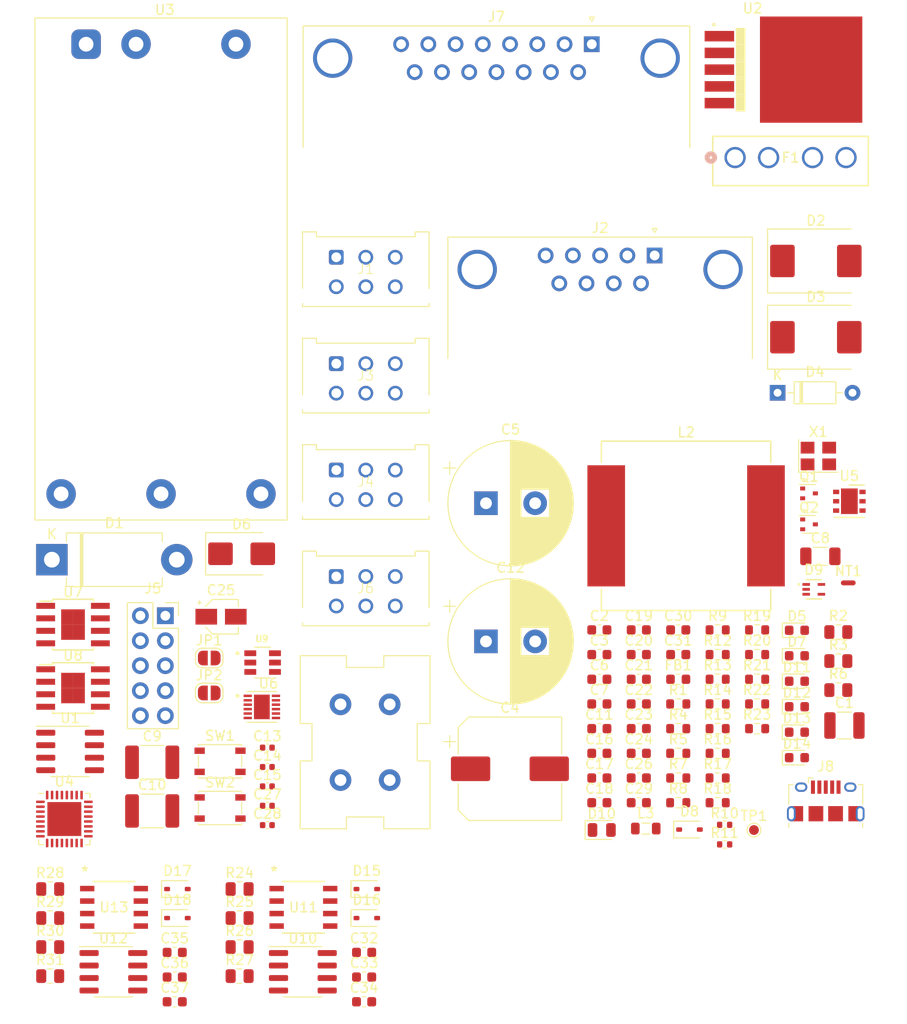
<source format=kicad_pcb>
(kicad_pcb (version 20221018) (generator pcbnew)
  (layers (0 "F.Cu" signal) (31 "B.Cu" signal) (34 "B.Paste" user) (35 "F.Paste" user) (36 "B.SilkS" user "B.Silkscreen") (37 "F.SilkS" user "F.Silkscreen") (38 "B.Mask" user) (39 "F.Mask" user) (44 "Edge.Cuts" user))
  (net 0 "")
  (net 1 "/12V_{FC}")
  (net 2 "GND")
  (net 3 "/MCU_3V3")
  (net 4 "+5V")
  (net 5 "/VoltageCurrentSensing5V_1/Current_Sense_IN")
  (net 6 "Net-(D3-K)")
  (net 7 "GND1")
  (net 8 "/~{RST}")
  (net 9 "Net-(U3-+VIN)")
  (net 10 "Net-(U3--VIN)")
  (net 11 "/VoltageCurrentSensing12V/Current_Sense_IN")
  (net 12 "/FTDI_{~{RST}}")
  (net 13 "/12V_{UP}")
  (net 14 "/5V_UP")
  (net 15 "/VCCIO")
  (net 16 "Net-(JP2-A)")
  (net 17 "/DM")
  (net 18 "/DP")
  (net 19 "Net-(U7-dV{slash}dT)")
  (net 20 "Net-(U8-dV{slash}dT)")
  (net 21 "/V_{BUS}")
  (net 22 "Net-(U10-FILTER)")
  (net 23 "Net-(U12-FILTER)")
  (net 24 "Net-(D1-K)")
  (net 25 "Net-(D2-K)")
  (net 26 "Net-(D5-K)")
  (net 27 "Net-(D7-K)")
  (net 28 "/SW_{IM}")
  (net 29 "/PA14")
  (net 30 "/PA13")
  (net 31 "Net-(D10-K)")
  (net 32 "Net-(D11-A)")
  (net 33 "Net-(D12-A)")
  (net 34 "Net-(D13-K)")
  (net 35 "Net-(D13-A)")
  (net 36 "Net-(D14-K)")
  (net 37 "Net-(D14-A)")
  (net 38 "Net-(D15-K)")
  (net 39 "Net-(D16-K)")
  (net 40 "Net-(D17-K)")
  (net 41 "Net-(D18-K)")
  (net 42 "/FC+")
  (net 44 "/CAN_L")
  (net 45 "/V-")
  (net 47 "/SHIELD")
  (net 48 "/CAN_H")
  (net 50 "/V+")
  (net 51 "/FC_5V_B1")
  (net 52 "/U_5V")
  (net 53 "/PWM_{1}")
  (net 54 "/TACH_{1}")
  (net 55 "/TACH_{3}")
  (net 57 "/PWM_{2}")
  (net 58 "/TACH_{2}")
  (net 59 "/TACH_{4}")
  (net 60 "/D-")
  (net 61 "/D+")
  (net 63 "/GND_{1}")
  (net 64 "/~{FAULT}12V")
  (net 65 "/~{FAULT}")
  (net 66 "Net-(U2-FB)")
  (net 67 "/BOOT0")
  (net 68 "Net-(U6-CBUS0)")
  (net 69 "Net-(U6-USBDM)")
  (net 70 "Net-(U6-USBDP)")
  (net 71 "Net-(U7-EN{slash}UVLO)")
  (net 72 "Net-(U7-OVLO)")
  (net 73 "Net-(U8-EN{slash}UVLO)")
  (net 74 "Net-(U8-OVLO)")
  (net 75 "/I_{MON}")
  (net 76 "/I_{MON}5V")
  (net 77 "Net-(U10-VIOUT)")
  (net 78 "Net-(U12-VIOUT)")
  (net 79 "/PA8")
  (net 80 "/CAN_{TXD}")
  (net 81 "/CAN_{RXD}")
  (net 82 "/CAN_{STBY}")
  (net 85 "/PC14")
  (net 86 "/PC15")
  (net 87 "/PA0")
  (net 88 "/PA1")
  (net 89 "/PA2")
  (net 90 "/12V_Current_Meas")
  (net 91 "/12V_Voltage_Meas")
  (net 92 "/5V_Current_Meas1")
  (net 93 "/5V_Voltage_Meas1")
  (net 94 "/PA7")
  (net 95 "/PB0")
  (net 96 "/PA9")
  (net 97 "/PA10")
  (net 98 "/PB3")
  (net 99 "/PB4")
  (net 100 "/PB5")
  (net 101 "/PB6")
  (net 102 "/PB7")
  (net 105 "Net-(U4-VDDA)")
  (footprint "Package_DFN_QFN:QFN-32-1EP_5x5mm_P0.5mm_EP3.45x3.45mm" (layer "F.Cu") (at 20.83 98.54)
    (fp_text reference "U4" (at 0 -3.82) (layer "F.SilkS"))
    (fp_text value "STM32L432KCUx")
    (pad "1" smd roundrect (at -2.4375 -1.75) (size 0.875 0.25) (layers "F.Cu" "F.Paste" "F.Mask") (net 3 "/MCU_3V3"))
    (pad "2" smd roundrect (at -2.4375 -1.25) (size 0.875 0.25) (layers "F.Cu" "F.Paste" "F.Mask") (net 85 "/PC14"))
    (pad "3" smd roundrect (at -2.4375 -0.75) (size 0.875 0.25) (layers "F.Cu" "F.Paste" "F.Mask") (net 86 "/PC15"))
    (pad "4" smd roundrect (at -2.4375 -0.25) (size 0.875 0.25) (layers "F.Cu" "F.Paste" "F.Mask") (net 8 "/~{RST}"))
    (pad "5" smd roundrect (at -2.4375 0.25) (size 0.875 0.25) (layers "F.Cu" "F.Paste" "F.Mask") (net 105 "Net-(U4-VDDA)"))
    (pad "6" smd roundrect (at -2.4375 0.75) (size 0.875 0.25) (layers "F.Cu" "F.Paste" "F.Mask") (net 87 "/PA0"))
    (pad "7" smd roundrect (at -2.4375 1.25) (size 0.875 0.25) (layers "F.Cu" "F.Paste" "F.Mask") (net 88 "/PA1"))
    (pad "8" smd roundrect (at -2.4375 1.75) (size 0.875 0.25) (layers "F.Cu" "F.Paste" "F.Mask") (net 89 "/PA2"))
    (pad "9" smd roundrect (at -1.75 2.4375) (size 0.25 0.875) (layers "F.Cu" "F.Paste" "F.Mask") (net 90 "/12V_Current_Meas"))
    (pad "10" smd roundrect (at -1.25 2.4375) (size 0.25 0.875) (layers "F.Cu" "F.Paste" "F.Mask") (net 91 "/12V_Voltage_Meas"))
    (pad "11" smd roundrect (at -0.75 2.4375) (size 0.25 0.875) (layers "F.Cu" "F.Paste" "F.Mask") (net 92 "/5V_Current_Meas1"))
    (pad "12" smd roundrect (at -0.25 2.4375) (size 0.25 0.875) (layers "F.Cu" "F.Paste" "F.Mask") (net 93 "/5V_Voltage_Meas1"))
    (pad "13" smd roundrect (at 0.25 2.4375) (size 0.25 0.875) (layers "F.Cu" "F.Paste" "F.Mask") (net 94 "/PA7"))
    (pad "14" smd roundrect (at 0.75 2.4375) (size 0.25 0.875) (layers "F.Cu" "F.Paste" "F.Mask") (net 95 "/PB0"))
    (pad "15" smd roundrect (at 1.25 2.4375) (size 0.25 0.875) (layers "F.Cu" "F.Paste" "F.Mask") (net 12 "/FTDI_{~{RST}}"))
    (pad "16" smd roundrect (at 1.75 2.4375) (size 0.25 0.875) (layers "F.Cu" "F.Paste" "F.Mask") (net 2 "GND"))
    (pad "17" smd roundrect (at 2.4375 1.75) (size 0.875 0.25) (layers "F.Cu" "F.Paste" "F.Mask") (net 3 "/MCU_3V3"))
    (pad "18" smd roundrect (at 2.4375 1.25) (size 0.875 0.25) (layers "F.Cu" "F.Paste" "F.Mask") (net 79 "/PA8"))
    (pad "19" smd roundrect (at 2.4375 0.75) (size 0.875 0.25) (layers "F.Cu" "F.Paste" "F.Mask") (net 96 "/PA9"))
    (pad "20" smd roundrect (at 2.4375 0.25) (size 0.875 0.25) (layers "F.Cu" "F.Paste" "F.Mask") (net 97 "/PA10"))
    (pad "21" smd roundrect (at 2.4375 -0.25) (size 0.875 0.25) (layers "F.Cu" "F.Paste" "F.Mask") (net 81 "/CAN_{RXD}"))
    (pad "22" smd roundrect (at 2.4375 -0.75) (size 0.875 0.25) (layers "F.Cu" "F.Paste" "F.Mask") (net 80 "/CAN_{TXD}"))
    (pad "23" smd roundrect (at 2.4375 -1.25) (size 0.875 0.25) (layers "F.Cu" "F.Paste" "F.Mask") (net 30 "/PA13"))
    (pad "24" smd roundrect (at 2.4375 -1.75) (size 0.875 0.25) (layers "F.Cu" "F.Paste" "F.Mask") (net 29 "/PA14"))
    (pad "25" smd roundrect (at 1.75 -2.4375) (size 0.25 0.875) (layers "F.Cu" "F.Paste" "F.Mask") (net 82 "/CAN_{STBY}"))
    (pad "26" smd roundrect (at 1.25 -2.4375) (size 0.25 0.875) (layers "F.Cu" "F.Paste" "F.Mask") (net 98 "/PB3"))
    (pad "27" smd roundrect (at 0.75 -2.4375) (size 0.25 0.875) (layers "F.Cu" "F.Paste" "F.Mask") (net 99 "/PB4"))
    (pad "28" smd roundrect (at 0.25 -2.4375) (size 0.25 0.875) (layers "F.Cu" "F.Paste" "F.Mask") (net 100 "/PB5"))
    (pad "29" smd roundrect (at -0.25 -2.4375) (size 0.25 0.875) (layers "F.Cu" "F.Paste" "F.Mask") (net 101 "/PB6"))
    (pad "30" smd roundrect (at -0.75 -2.4375) (size 0.25 0.875) (layers "F.Cu" "F.Paste" "F.Mask") (net 102 "/PB7"))
    (pad "31" smd roundrect (at -1.25 -2.4375) (size 0.25 0.875) (layers "F.Cu" "F.Paste" "F.Mask") (net 67 "/BOOT0"))
    (pad "32" smd roundrect (at -1.75 -2.4375) (size 0.25 0.875) (layers "F.Cu" "F.Paste" "F.Mask") (net 2 "GND"))
    (pad "33" smd rect (at 0 0) (size 3.45 3.45) (layers "F.Cu" "F.Mask") (net 2 "GND"))
  )
  (footprint "Button_Switch_SMD:SW_SPST_PTS810" (layer "F.Cu") (at 36.66 92.67)
    (fp_text reference "SW1" (at 0 -2.6) (layer "F.SilkS"))
    (fp_text value "PTS815 SJM 250 SMTR LFS")
    (pad "1" smd rect (at -2.075 -1.075) (size 1.05 0.65) (layers "F.Cu" "F.Paste" "F.Mask") (net 2 "GND"))
    (pad "1" smd rect (at 2.075 -1.075) (size 1.05 0.65) (layers "F.Cu" "F.Paste" "F.Mask") (net 2 "GND"))
    (pad "2" smd rect (at -2.075 1.075) (size 1.05 0.65) (layers "F.Cu" "F.Paste" "F.Mask") (net 8 "/~{RST}"))
    (pad "2" smd rect (at 2.075 1.075) (size 1.05 0.65) (layers "F.Cu" "F.Paste" "F.Mask") (net 8 "/~{RST}"))
  )
  (footprint "Inductor_SMD:L_0805_2012Metric" (layer "F.Cu") (at 79.95 99.51)
    (fp_text reference "L3" (at 0 -1.55) (layer "F.SilkS"))
    (fp_text value "600R/0.5A")
    (pad "1" smd roundrect (at -1.0625 0) (size 0.875 1.2) (layers "F.Cu" "F.Paste" "F.Mask") (net 16 "Net-(JP2-A)"))
    (pad "2" smd roundrect (at 1.0625 0) (size 0.875 1.2) (layers "F.Cu" "F.Paste" "F.Mask") (net 21 "/V_{BUS}"))
  )
  (footprint "Resistor_SMD:R_0603_1608Metric" (layer "F.Cu") (at 91.27 79.31)
    (fp_text reference "R19" (at 0 -1.43) (layer "F.SilkS"))
    (fp_text value "1k1")
    (pad "1" smd roundrect (at -0.825 0) (size 0.8 0.95) (layers "F.Cu" "F.Paste" "F.Mask") (net 76 "/I_{MON}5V"))
    (pad "2" smd roundrect (at 0.825 0) (size 0.8 0.95) (layers "F.Cu" "F.Paste" "F.Mask") (net 2 "GND"))
  )
  (footprint "BATT_FTP:SO8_STM" (layer "F.Cu") (at 45.1396 107.5171)
    (fp_text reference "U11" (at 0 0 unlocked) (layer "F.SilkS"))
    (fp_text value "TSV912IDT")
    (fp_text user "*" (at -2.97815 -3.6068 unlocked) (layer "F.SilkS"))
    (fp_text user "*" (at -2.97815 -3.6068) (layer "F.SilkS"))
    (pad "1" smd rect (at -2.72415 -1.905) (size 1.4605 0.5588) (layers "F.Cu" "F.Paste" "F.Mask") (net 91 "/12V_Voltage_Meas"))
    (pad "2" smd rect (at -2.72415 -0.635) (size 1.4605 0.5588) (layers "F.Cu" "F.Paste" "F.Mask") (net 91 "/12V_Voltage_Meas"))
    (pad "3" smd rect (at -2.72415 0.635) (size 1.4605 0.5588) (layers "F.Cu" "F.Paste" "F.Mask") (net 38 "Net-(D15-K)"))
    (pad "4" smd rect (at -2.72415 1.905) (size 1.4605 0.5588) (layers "F.Cu" "F.Paste" "F.Mask") (net 2 "GND"))
    (pad "5" smd rect (at 2.72415 1.905) (size 1.4605 0.5588) (layers "F.Cu" "F.Paste" "F.Mask") (net 39 "Net-(D16-K)"))
    (pad "6" smd rect (at 2.72415 0.635) (size 1.4605 0.5588) (layers "F.Cu" "F.Paste" "F.Mask") (net 90 "/12V_Current_Meas"))
    (pad "7" smd rect (at 2.72415 -0.635) (size 1.4605 0.5588) (layers "F.Cu" "F.Paste" "F.Mask") (net 90 "/12V_Current_Meas"))
    (pad "8" smd rect (at 2.72415 -1.905) (size 1.4605 0.5588) (layers "F.Cu" "F.Paste" "F.Mask") (net 4 "+5V"))
  )
  (footprint "Connector_Dsub:DSUB-15_Female_Horizontal_P2.77x2.84mm_EdgePinOffset7.70mm_Housed_MountingHolesOffset9.12mm" (layer "F.Cu") (at 74.46 19.759338)
    (fp_text reference "J7" (at -9.695 -2.8) (layer "F.SilkS"))
    (fp_text value "DA15_Receptacle_MountingHoles")
    (pad "0" thru_hole circle (at -26.345 1.42) (size 4 4) (drill 3.2) (layers "*.Cu" "*.Mask") (net 2 "GND"))
    (pad "0" thru_hole circle (at 6.955 1.42) (size 4 4) (drill 3.2) (layers "*.Cu" "*.Mask") (net 2 "GND"))
    (pad "1" thru_hole rect (at 0 0) (size 1.6 1.6) (drill 1) (layers "*.Cu" "*.Mask") (net 1 "/12V_{FC}"))
    (pad "2" thru_hole circle (at -2.77 0) (size 1.6 1.6) (drill 1) (layers "*.Cu" "*.Mask") (net 1 "/12V_{FC}"))
    (pad "3" thru_hole circle (at -5.54 0) (size 1.6 1.6) (drill 1) (layers "*.Cu" "*.Mask") (net 53 "/PWM_{1}"))
    (pad "4" thru_hole circle (at -8.31 0) (size 1.6 1.6) (drill 1) (layers "*.Cu" "*.Mask") (net 54 "/TACH_{1}"))
    (pad "5" thru_hole circle (at -11.08 0) (size 1.6 1.6) (drill 1) (layers "*.Cu" "*.Mask") (net 55 "/TACH_{3}"))
    (pad "6" thru_hole circle (at -13.85 0) (size 1.6 1.6) (drill 1) (layers "*.Cu" "*.Mask"))
    (pad "7" thru_hole circle (at -16.62 0) (size 1.6 1.6) (drill 1) (layers "*.Cu" "*.Mask") (net 2 "GND"))
    (pad "8" thru_hole circle (at -19.39 0) (size 1.6 1.6) (drill 1) (layers "*.Cu" "*.Mask") (net 2 "GND"))
    (pad "9" thru_hole circle (at -1.385 2.84) (size 1.6 1.6) (drill 1) (layers "*.Cu" "*.Mask") (net 1 "/12V_{FC}"))
    (pad "10" thru_hole circle (at -4.155 2.84) (size 1.6 1.6) (drill 1) (layers "*.Cu" "*.Mask") (net 1 "/12V_{FC}"))
    (pad "11" thru_hole circle (at -6.925 2.84) (size 1.6 1.6) (drill 1) (layers "*.Cu" "*.Mask") (net 57 "/PWM_{2}"))
    (pad "12" thru_hole circle (at -9.695 2.84) (size 1.6 1.6) (drill 1) (layers "*.Cu" "*.Mask") (net 58 "/TACH_{2}"))
    (pad "13" thru_hole circle (at -12.465 2.84) (size 1.6 1.6) (drill 1) (layers "*.Cu" "*.Mask") (net 59 "/TACH_{4}"))
    (pad "14" thru_hole circle (at -15.235 2.84) (size 1.6 1.6) (drill 1) (layers "*.Cu" "*.Mask") (net 2 "GND"))
    (pad "15" thru_hole circle (at -18.005 2.84) (size 1.6 1.6) (drill 1) (layers "*.Cu" "*.Mask") (net 2 "GND"))
  )
  (footprint "Resistor_SMD:R_0805_2012Metric" (layer "F.Cu") (at 38.65 114.51)
    (fp_text reference "R27" (at 0 -1.65) (layer "F.SilkS"))
    (fp_text value "1k")
    (pad "1" smd roundrect (at -0.9125 0) (size 1.025 1.4) (layers "F.Cu" "F.Paste" "F.Mask") (roundrect_rratio 0.243902) (net 2 "GND"))
    (pad "2" smd roundrect (at 0.9125 0) (size 1.025 1.4) (layers "F.Cu" "F.Paste" "F.Mask") (roundrect_rratio 0.243902) (net 39 "Net-(D16-K)"))
  )
  (footprint "Resistor_SMD:R_0805_2012Metric" (layer "F.Cu") (at 99.53 79.53)
    (fp_text reference "R2" (at 0 -1.65) (layer "F.SilkS"))
    (fp_text value "0R")
    (pad "1" smd roundrect (at -0.9125 0) (size 1.025 1.4) (layers "F.Cu" "F.Paste" "F.Mask") (roundrect_rratio 0.243902) (net 5 "/VoltageCurrentSensing5V_1/Current_Sense_IN"))
    (pad "2" smd roundrect (at 0.9125 0) (size 1.025 1.4) (layers "F.Cu" "F.Paste" "F.Mask") (roundrect_rratio 0.243902) (net 66 "Net-(U2-FB)"))
  )
  (footprint "Resistor_SMD:R_0603_1608Metric" (layer "F.Cu") (at 91.27 86.84)
    (fp_text reference "R22" (at 0 -1.43) (layer "F.SilkS"))
    (fp_text value "120R")
    (pad "1" smd roundrect (at -0.825 0) (size 0.8 0.95) (layers "F.Cu" "F.Paste" "F.Mask") (net 14 "/5V_UP"))
    (pad "2" smd roundrect (at 0.825 0) (size 0.8 0.95) (layers "F.Cu" "F.Paste" "F.Mask") (net 35 "Net-(D13-A)"))
  )
  (footprint "Capacitor_SMD:C_0402_1005Metric" (layer "F.Cu") (at 41.47 93.25)
    (fp_text reference "C14" (at 0 -1.16) (layer "F.SilkS"))
    (fp_text value "100n")
    (pad "1" smd roundrect (at -0.48 0) (size 0.56 0.62) (layers "F.Cu" "F.Paste" "F.Mask") (net 3 "/MCU_3V3"))
    (pad "2" smd roundrect (at 0.48 0) (size 0.56 0.62) (layers "F.Cu" "F.Paste" "F.Mask") (net 2 "GND"))
  )
  (footprint "Resistor_SMD:R_0603_1608Metric" (layer "F.Cu") (at 83.25 86.84)
    (fp_text reference "R1" (at 0 -1.43) (layer "F.SilkS"))
    (fp_text value "120")
    (pad "1" smd roundrect (at -0.825 0) (size 0.8 0.95) (layers "F.Cu" "F.Paste" "F.Mask") (net 44 "/CAN_L"))
    (pad "2" smd roundrect (at 0.825 0) (size 0.8 0.95) (layers "F.Cu" "F.Paste" "F.Mask") (net 48 "/CAN_H"))
  )
  (footprint "Resistor_SMD:R_0603_1608Metric" (layer "F.Cu") (at 83.25 94.37)
    (fp_text reference "R7" (at 0 -1.43) (layer "F.SilkS"))
    (fp_text value "30.1")
    (pad "1" smd roundrect (at -0.825 0) (size 0.8 0.95) (layers "F.Cu" "F.Paste" "F.Mask") (net 31 "Net-(D10-K)"))
    (pad "2" smd roundrect (at 0.825 0) (size 0.8 0.95) (layers "F.Cu" "F.Paste" "F.Mask") (net 68 "Net-(U6-CBUS0)"))
  )
  (footprint "Resistor_SMD:R_0805_2012Metric" (layer "F.Cu") (at 19.39 111.56)
    (fp_text reference "R30" (at 0 -1.65) (layer "F.SilkS"))
    (fp_text value "1.5k")
    (pad "1" smd roundrect (at -0.9125 0) (size 1.025 1.4) (layers "F.Cu" "F.Paste" "F.Mask") (roundrect_rratio 0.243902) (net 78 "Net-(U12-VIOUT)"))
    (pad "2" smd roundrect (at 0.9125 0) (size 1.025 1.4) (layers "F.Cu" "F.Paste" "F.Mask") (roundrect_rratio 0.243902) (net 41 "Net-(D18-K)"))
  )
  (footprint "Capacitor_SMD:C_0603_1608Metric" (layer "F.Cu") (at 79.24 86.84)
    (fp_text reference "C22" (at 0 -1.43) (layer "F.SilkS"))
    (fp_text value "100n")
    (pad "1" smd roundrect (at -0.775 0) (size 0.9 0.95) (layers "F.Cu" "F.Paste" "F.Mask") (net 13 "/12V_{UP}"))
    (pad "2" smd roundrect (at 0.775 0) (size 0.9 0.95) (layers "F.Cu" "F.Paste" "F.Mask") (net 2 "GND"))
  )
  (footprint "Resistor_SMD:R_0603_1608Metric" (layer "F.Cu") (at 87.26 94.37)
    (fp_text reference "R17" (at 0 -1.43) (layer "F.SilkS"))
    (fp_text value "47k")
    (pad "1" smd roundrect (at -0.825 0) (size 0.8 0.95) (layers "F.Cu" "F.Paste" "F.Mask") (net 74 "Net-(U8-OVLO)"))
    (pad "2" smd roundrect (at 0.825 0) (size 0.8 0.95) (layers "F.Cu" "F.Paste" "F.Mask") (net 2 "GND"))
  )
  (footprint "Resistor_SMD:R_0603_1608Metric" (layer "F.Cu") (at 83.25 89.35)
    (fp_text reference "R4" (at 0 -1.43) (layer "F.SilkS"))
    (fp_text value "560")
    (pad "1" smd roundrect (at -0.825 0) (size 0.8 0.95) (layers "F.Cu" "F.Paste" "F.Mask") (net 26 "Net-(D5-K)"))
    (pad "2" smd roundrect (at 0.825 0) (size 0.8 0.95) (layers "F.Cu" "F.Paste" "F.Mask") (net 2 "GND"))
  )
  (footprint "Resistor_SMD:R_0603_1608Metric" (layer "F.Cu") (at 91.27 84.33)
    (fp_text reference "R21" (at 0 -1.43) (layer "F.SilkS"))
    (fp_text value "10k")
    (pad "1" smd roundrect (at -0.825 0) (size 0.8 0.95) (layers "F.Cu" "F.Paste" "F.Mask") (net 14 "/5V_UP"))
    (pad "2" smd roundrect (at 0.825 0) (size 0.8 0.95) (layers "F.Cu" "F.Paste" "F.Mask") (net 65 "/~{FAULT}"))
  )
  (footprint "Diode_SMD:D_SMC" (layer "F.Cu") (at 97.245 49.55)
    (fp_text reference "D3" (at 0 -4.1) (layer "F.SilkS"))
    (fp_text value "SL44-E3_57T")
    (pad "1" smd roundrect (at -3.4 0 90) (size 3.3 2.5) (layers "F.Cu" "F.Paste" "F.Mask") (roundrect_rratio 0.1) (net 6 "Net-(D3-K)"))
    (pad "2" smd roundrect (at 3.4 0 90) (size 3.3 2.5) (layers "F.Cu" "F.Paste" "F.Mask") (roundrect_rratio 0.1) (net 25 "Net-(D2-K)"))
  )
  (footprint "Converter_DCDC:Converter_DCDC_RECOM_RPA60-xxxxSFW" (layer "F.Cu") (at 23.04 19.76)
    (fp_text reference "U3" (at 8 -3.5) (layer "F.SilkS"))
    (fp_text value "RPA60-2412SFW")
    (pad "1" thru_hole roundrect (at 0 0) (size 3 3) (drill 1.5) (layers "*.Cu" "*.Mask") (net 9 "Net-(U3-+VIN)"))
    (pad "2" thru_hole circle (at 5.08 0) (size 3 3) (drill 1.5) (layers "*.Cu" "*.Mask") (net 10 "Net-(U3--VIN)"))
    (pad "3" thru_hole circle (at 15.24 0) (size 3 3) (drill 1.5) (layers "*.Cu" "*.Mask"))
    (pad "4" thru_hole circle (at 17.78 45.72) (size 3 3) (drill 1.5) (layers "*.Cu" "*.Mask"))
    (pad "5" thru_hole circle (at 7.62 45.72) (size 3 3) (drill 1.5) (layers "*.Cu" "*.Mask") (net 2 "GND"))
    (pad "6" thru_hole circle (at -2.54 45.72) (size 3 3) (drill 1.5) (layers "*.Cu" "*.Mask") (net 11 "/VoltageCurrentSensing12V/Current_Sense_IN"))
  )
  (footprint "Capacitor_SMD:C_0402_1005Metric" (layer "F.Cu") (at 41.47 99.16)
    (fp_text reference "C28" (at 0 -1.16) (layer "F.SilkS"))
    (fp_text value "47p")
    (pad "1" smd roundrect (at -0.48 0) (size 0.56 0.62) (layers "F.Cu" "F.Paste" "F.Mask") (net 18 "/DP"))
    (pad "2" smd roundrect (at 0.48 0) (size 0.56 0.62) (layers "F.Cu" "F.Paste" "F.Mask") (net 2 "GND"))
  )
  (footprint "Capacitor_SMD:C_0603_1608Metric" (layer "F.Cu") (at 75.23 81.82)
    (fp_text reference "C3" (at 0 -1.43) (layer "F.SilkS"))
    (fp_text value "100n")
    (pad "1" smd roundrect (at -0.775 0) (size 0.9 0.95) (layers "F.Cu" "F.Paste" "F.Mask") (net 2 "GND"))
    (pad "2" smd roundrect (at 0.775 0) (size 0.9 0.95) (layers "F.Cu" "F.Paste" "F.Mask") (net 4 "+5V"))
  )
  (footprint "Crystal:Crystal_SMD_3225-4Pin_3.2x2.5mm" (layer "F.Cu") (at 97.5 61.63)
    (fp_text reference "X1" (at 0 -2.45) (layer "F.SilkS"))
    (fp_text value "OXETDLJANF-8MHZ ")
    (pad "1" smd rect (at -1.1 0.85) (size 1.4 1.2) (layers "F.Cu" "F.Paste" "F.Mask") (net 3 "/MCU_3V3"))
    (pad "2" smd rect (at 1.1 0.85) (size 1.4 1.2) (layers "F.Cu" "F.Paste" "F.Mask") (net 2 "GND"))
    (pad "3" smd rect (at 1.1 -0.85) (size 1.4 1.2) (layers "F.Cu" "F.Paste" "F.Mask") (net 87 "/PA0"))
    (pad "4" smd rect (at -1.1 -0.85) (size 1.4 1.2) (layers "F.Cu" "F.Paste" "F.Mask") (net 3 "/MCU_3V3"))
  )
  (footprint "Capacitor_SMD:C_0603_1608Metric" (layer "F.Cu") (at 75.23 86.84)
    (fp_text reference "C7" (at 0 -1.43) (layer "F.SilkS"))
    (fp_text value "100n")
    (pad "1" smd roundrect (at -0.775 0) (size 0.9 0.95) (layers "F.Cu" "F.Paste" "F.Mask") (net 8 "/~{RST}"))
    (pad "2" smd roundrect (at 0.775 0) (size 0.9 0.95) (layers "F.Cu" "F.Paste" "F.Mask") (net 2 "GND"))
  )
  (footprint "LED_SMD:LED_0805_2012Metric" (layer "F.Cu") (at 75.47 99.655)
    (fp_text reference "D10" (at 0 -1.65) (layer "F.SilkS"))
    (fp_text value "PINK")
    (pad "1" smd roundrect (at -0.9375 0) (size 0.975 1.4) (layers "F.Cu" "F.Paste" "F.Mask") (net 31 "Net-(D10-K)"))
    (pad "2" smd roundrect (at 0.9375 0) (size 0.975 1.4) (layers "F.Cu" "F.Paste" "F.Mask") (net 15 "/VCCIO"))
  )
  (footprint "Resistor_SMD:R_0805_2012Metric" (layer "F.Cu") (at 99.53 85.43)
    (fp_text reference "R6" (at 0 -1.65) (layer "F.SilkS"))
    (fp_text value "2k")
    (pad "1" smd roundrect (at -0.9125 0) (size 1.025 1.4) (layers "F.Cu" "F.Paste" "F.Mask") (roundrect_rratio 0.243902) (net 27 "Net-(D7-K)"))
    (pad "2" smd roundrect (at 0.9125 0) (size 1.025 1.4) (layers "F.Cu" "F.Paste" "F.Mask") (roundrect_rratio 0.243902) (net 2 "GND"))
  )
  (footprint "Resistor_SMD:R_0402_1005Metric" (layer "F.Cu") (at 87.97 99.13)
    (fp_text reference "R10" (at 0 -1.17) (layer "F.SilkS"))
    (fp_text value "26.7")
    (pad "1" smd roundrect (at -0.51 0) (size 0.54 0.64) (layers "F.Cu" "F.Paste" "F.Mask") (net 69 "Net-(U6-USBDM)"))
    (pad "2" smd roundrect (at 0.51 0) (size 0.54 0.64) (layers "F.Cu" "F.Paste" "F.Mask") (net 17 "/DM"))
  )
  (footprint "Resistor_SMD:R_0603_1608Metric" (layer "F.Cu") (at 87.26 91.86)
    (fp_text reference "R16" (at 0 -1.43) (layer "F.SilkS"))
    (fp_text value "7k87")
    (pad "1" smd roundrect (at -0.825 0) (size 0.8 0.95) (layers "F.Cu" "F.Paste" "F.Mask") (net 73 "Net-(U8-EN{slash}UVLO)"))
    (pad "2" smd roundrect (at 0.825 0) (size 0.8 0.95) (layers "F.Cu" "F.Paste" "F.Mask") (net 74 "Net-(U8-OVLO)"))
  )
  (footprint "Package_DFN_QFN:DFN-6-1EP_3x3mm_P0.95mm_EP1.7x2.6mm" (layer "F.Cu") (at 100.65 66.23)
    (fp_text reference "U5" (at 0 -2.575) (layer "F.SilkS"))
    (fp_text value "LD39050PU33R")
    (pad "1" smd rect (at -1.34 -0.95) (size 0.63 0.45) (layers "F.Cu" "F.Paste" "F.Mask") (net 4 "+5V"))
    (pad "2" smd rect (at -1.34 0) (size 0.63 0.45) (layers "F.Cu" "F.Paste" "F.Mask") (net 2 "GND"))
    (pad "3" smd rect (at -1.34 0.95) (size 0.63 0.45) (layers "F.Cu" "F.Paste" "F.Mask"))
    (pad "4" smd rect (at 1.34 0.95) (size 0.63 0.45) (layers "F.Cu" "F.Paste" "F.Mask") (net 3 "/MCU_3V3"))
    (pad "5" smd rect (at 1.34 0) (size 0.63 0.45) (layers "F.Cu" "F.Paste" "F.Mask"))
    (pad "6" smd rect (at 1.34 -0.95) (size 0.63 0.45) (layers "F.Cu" "F.Paste" "F.Mask") (net 4 "+5V"))
    (pad "7" smd rect (at 0 0) (size 1.7 2.6) (layers "F.Cu" "F.Mask") (net 2 "GND"))
  )
  (footprint "Resistor_SMD:R_0805_2012Metric" (layer "F.Cu") (at 19.39 105.66)
    (fp_text reference "R28" (at 0 -1.65) (layer "F.SilkS"))
    (fp_text value "2k")
    (pad "1" smd roundrect (at -0.9125 0) (size 1.025 1.4) (layers "F.Cu" "F.Paste" "F.Mask") (roundrect_rratio 0.243902) (net 5 "/VoltageCurrentSensing5V_1/Current_Sense_IN"))
    (pad "2" smd roundrect (at 0.9125 0) (size 1.025 1.4) (layers "F.Cu" "F.Paste" "F.Mask") (roundrect_rratio 0.243902) (net 40 "Net-(D17-K)"))
  )
  (footprint "Capacitor_SMD:C_0402_1005Metric" (layer "F.Cu") (at 41.47 95.22)
    (fp_text reference "C15" (at 0 -1.16) (layer "F.SilkS"))
    (fp_text value "100n")
    (pad "1" smd roundrect (at -0.48 0) (size 0.56 0.62) (layers "F.Cu" "F.Paste" "F.Mask") (net 105 "Net-(U4-VDDA)"))
    (pad "2" smd roundrect (at 0.48 0) (size 0.56 0.62) (layers "F.Cu" "F.Paste" "F.Mask") (net 2 "GND"))
  )
  (footprint "Resistor_SMD:R_0402_1005Metric" (layer "F.Cu") (at 87.97 101.12)
    (fp_text reference "R11" (at 0 -1.17) (layer "F.SilkS"))
    (fp_text value "26.7")
    (pad "1" smd roundrect (at -0.51 0) (size 0.54 0.64) (layers "F.Cu" "F.Paste" "F.Mask") (net 70 "Net-(U6-USBDP)"))
    (pad "2" smd roundrect (at 0.51 0) (size 0.54 0.64) (layers "F.Cu" "F.Paste" "F.Mask") (net 18 "/DP"))
  )
  (footprint "Capacitor_SMD:C_0603_1608Metric" (layer "F.Cu") (at 75.23 94.37)
    (fp_text reference "C17" (at 0 -1.43) (layer "F.SilkS"))
    (fp_text value "1u")
    (pad "1" smd roundrect (at -0.775 0) (size 0.9 0.95) (layers "F.Cu" "F.Paste" "F.Mask") (net 2 "GND"))
    (pad "2" smd roundrect (at 0.775 0) (size 0.9 0.95) (layers "F.Cu" "F.Paste" "F.Mask") (net 4 "+5V"))
  )
  (footprint "LED_SMD:LED_0603_1608Metric" (layer "F.Cu") (at 95.32 81.94)
    (fp_text reference "D7" (at 0 -1.43) (layer "F.SilkS"))
    (fp_text value "LED")
    (pad "1" smd roundrect (at -0.7875 0) (size 0.875 0.95) (layers "F.Cu" "F.Paste" "F.Mask") (net 27 "Net-(D7-K)"))
    (pad "2" smd roundrect (at 0.7875 0) (size 0.875 0.95) (layers "F.Cu" "F.Paste" "F.Mask") (net 11 "/VoltageCurrentSensing12V/Current_Sense_IN"))
  )
  (footprint "Resistor_SMD:R_0603_1608Metric" (layer "F.Cu") (at 91.27 81.82)
    (fp_text reference "R20" (at 0 -1.43) (layer "F.SilkS"))
    (fp_text value "10k")
    (pad "1" smd roundrect (at -0.825 0) (size 0.8 0.95) (layers "F.Cu" "F.Paste" "F.Mask") (net 14 "/5V_UP"))
    (pad "2" smd roundrect (at 0.825 0) (size 0.8 0.95) (layers "F.Cu" "F.Paste" "F.Mask") (net 64 "/~{FAULT}12V"))
  )
  (footprint "Resistor_SMD:R_0603_1608Metric" (layer "F.Cu") (at 87.26 89.35)
    (fp_text reference "R15" (at 0 -1.43) (layer "F.SilkS"))
    (fp_text value "150k")
    (pad "1" smd roundrect (at -0.825 0) (size 0.8 0.95) (layers "F.Cu" "F.Paste" "F.Mask") (net 73 "Net-(U8-EN{slash}UVLO)"))
    (pad "2" smd roundrect (at 0.825 0) (size 0.8 0.95) (layers "F.Cu" "F.Paste" "F.Mask") (net 14 "/5V_UP"))
  )
  (footprint "Capacitor_SMD:C_0603_1608Metric" (layer "F.Cu") (at 79.24 84.33)
    (fp_text reference "C21" (at 0 -1.43) (layer "F.SilkS"))
    (fp_text value "100n")
    (pad "1" smd roundrect (at -0.775 0) (size 0.9 0.95) (layers "F.Cu" "F.Paste" "F.Mask") (net 2 "GND"))
    (pad "2" smd roundrect (at 0.775 0) (size 0.9 0.95) (layers "F.Cu" "F.Paste" "F.Mask") (net 12 "/FTDI_{~{RST}}"))
  )
  (footprint "Capacitor_SMD:C_0603_1608Metric" (layer "F.Cu") (at 32.05 117.12)
    (fp_text reference "C37" (at 0 -1.43) (layer "F.SilkS"))
    (fp_text value "0.1u")
    (pad "1" smd roundrect (at -0.775 0) (size 0.9 0.95) (layers "F.Cu" "F.Paste" "F.Mask") (net 4 "+5V"))
    (pad "2" smd roundrect (at 0.775 0) (size 0.9 0.95) (layers "F.Cu" "F.Paste" "F.Mask") (net 2 "GND"))
  )
  (footprint "Capacitor_SMD:C_0603_1608Metric" (layer "F.Cu") (at 32.05 112.1)
    (fp_text reference "C35" (at 0 -1.43) (layer "F.SilkS"))
    (fp_text value "0.1u")
    (pad "1" smd roundrect (at -0.775 0) (size 0.9 0.95) (layers "F.Cu" "F.Paste" "F.Mask") (net 2 "GND"))
    (pad "2" smd roundrect (at 0.775 0) (size 0.9 0.95) (layers "F.Cu" "F.Paste" "F.Mask") (net 4 "+5V"))
  )
  (footprint "LED_SMD:LED_0603_1608Metric" (layer "F.Cu") (at 95.32 92.3)
    (fp_text reference "D14" (at 0 -1.43) (layer "F.SilkS"))
    (fp_text value "RED")
    (pad "1" smd roundrect (at -0.7875 0) (size 0.875 0.95) (layers "F.Cu" "F.Paste" "F.Mask") (net 36 "Net-(D14-K)"))
    (pad "2" smd roundrect (at 0.7875 0) (size 0.875 0.95) (layers "F.Cu" "F.Paste" "F.Mask") (net 37 "Net-(D14-A)"))
  )
  (footprint "Diode_SMD:D_SMC" (layer "F.Cu") (at 97.245 41.8)
    (fp_text reference "D2" (at 0 -4.1) (layer "F.SilkS"))
    (fp_text value "S10ML-TP")
    (pad "1" smd roundrect (at -3.4 0 90) (size 3.3 2.5) (layers "F.Cu" "F.Paste" "F.Mask") (roundrect_rratio 0.1) (net 25 "Net-(D2-K)"))
    (pad "2" smd roundrect (at 3.4 0 90) (size 3.3 2.5) (layers "F.Cu" "F.Paste" "F.Mask") (roundrect_rratio 0.1) (net 7 "GND1"))
  )
  (footprint "Inductor_SMD:L_0603_1608Metric" (layer "F.Cu") (at 83.25 84.33)
    (fp_text reference "FB1" (at 0 -1.43) (layer "F.SilkS"))
    (fp_text value "300R")
    (pad "1" smd roundrect (at -0.7875 0) (size 0.875 0.95) (layers "F.Cu" "F.Paste" "F.Mask") (net 3 "/MCU_3V3"))
    (pad "2" smd roundrect (at 0.7875 0) (size 0.875 0.95) (layers "F.Cu" "F.Paste" "F.Mask") (net 105 "Net-(U4-VDDA)"))
  )
  (footprint "Package_SO:TI_SO-PowerPAD-8" (layer "F.Cu") (at 21.71 78.77)
    (fp_text reference "U7" (at 0 -3.3) (layer "F.SilkS"))
    (fp_text value "TPS2596")
    (pad "1" smd rect (at -2.78 -1.905) (size 1.91 0.61) (layers "F.Cu" "F.Paste" "F.Mask") (net 2 "GND"))
    (pad "2" smd rect (at -2.78 -0.635) (size 1.91 0.61) (layers "F.Cu" "F.Paste" "F.Mask") (net 19 "Net-(U7-dV{slash}dT)"))
    (pad "3" smd rect (at -2.78 0.635) (size 1.91 0.61) (layers "F.Cu" "F.Paste" "F.Mask") (net 71 "Net-(U7-EN{slash}UVLO)"))
    (pad "4" smd rect (at -2.78 1.905) (size 1.91 0.61) (layers "F.Cu" "F.Paste" "F.Mask") (net 13 "/12V_{UP}"))
    (pad "5" smd rect (at 2.78 1.905) (size 1.91 0.61) (layers "F.Cu" "F.Paste" "F.Mask") (net 4 "+5V"))
    (pad "6" smd rect (at 2.78 0.635) (size 1.91 0.61) (layers "F.Cu" "F.Paste" "F.Mask") (net 64 "/~{FAULT}12V"))
    (pad "7" smd rect (at 2.78 -0.635) (size 1.91 0.61) (layers "F.Cu" "F.Paste" "F.Mask") (net 75 "/I_{MON}"))
    (pad "8" smd rect (at 2.78 -1.905) (size 1.91 0.61) (layers "F.Cu" "F.Paste" "F.Mask") (net 72 "Net-(U7-OVLO)"))
    (pad "9" smd rect (at -0.6025 -0.775) (size 1.205 1.55) (layers "F.Cu" "F.Paste" "F.Mask") (net 2 "GND"))
    (pad "9" smd rect (at -0.6025 0.775) (size 1.205 1.55) (layers "F.Cu" "F.Paste" "F.Mask") (net 2 "GND"))
    (pad "9" smd rect (at 0.6025 -0.775) (size 1.205 1.55) (layers "F.Cu" "F.Paste" "F.Mask") (net 2 "GND"))
    (pad "9" smd rect (at 0.6025 0.775) (size 1.205 1.55) (layers "F.Cu" "F.Paste" "F.Mask") (net 2 "GND"))
  )
  (footprint "FCCB_FTP:USBLC6-2SC6" (layer "F.Cu") (at 40.99 82.6325)
    (fp_text reference "U9" (at -0.078 -2.4189) (layer "F.SilkS") (effects (font (size 0.64 0.64))))
    (fp_text value "USBLC6-2SC6")
    (pad "1" smd roundrect (at -1.255 -0.95) (size 1.21 0.59) (layers "F.Cu" "F.Paste" "F.Mask") (roundrect_rratio 0.07) (net 17 "/DM"))
    (pad "2" smd roundrect (at -1.255 0) (size 1.21 0.59) (layers "F.Cu" "F.Paste" "F.Mask") (roundrect_rratio 0.07) (net 63 "/GND_{1}"))
    (pad "3" smd roundrect (at -1.255 0.95) (size 1.21 0.59) (layers "F.Cu" "F.Paste" "F.Mask") (roundrect_rratio 0.07) (net 18 "/DP"))
    (pad "4" smd roundrect (at 1.255 0.95) (size 1.21 0.59) (layers "F.Cu" "F.Paste" "F.Mask") (roundrect_rratio 0.07) (net 61 "/D+"))
    (pad "5" smd roundrect (at 1.255 0) (size 1.21 0.59) (layers "F.Cu" "F.Paste" "F.Mask") (roundrect_rratio 0.07) (net 21 "/V_{BUS}"))
    (pad "6" smd roundrect (at 1.255 -0.95) (size 1.21 0.59) (layers "F.Cu" "F.Paste" "F.Mask") (roundrect_rratio 0.07) (net 60 "/D-"))
  )
  (footprint "Capacitor_SMD:C_0603_1608Metric" (layer "F.Cu") (at 79.24 89.35)
    (fp_text reference "C23" (at 0 -1.43) (layer "F.SilkS"))
    (fp_text value "100n")
    (pad "1" smd roundrect (at -0.775 0) (size 0.9 0.95) (layers "F.Cu" "F.Paste" "F.Mask") (net 14 "/5V_UP"))
    (pad "2" smd roundrect (at 0.775 0) (size 0.9 0.95) (layers "F.Cu" "F.Paste" "F.Mask") (net 2 "GND"))
  )
  (footprint "Capacitor_SMD:C_0603_1608Metric" (layer "F.Cu") (at 79.24 96.88)
    (fp_text reference "C29" (at 0 -1.43) (layer "F.SilkS"))
    (fp_text value "2n2")
    (pad "1" smd roundrect (at -0.775 0) (size 0.9 0.95) (layers "F.Cu" "F.Paste" "F.Mask") (net 19 "Net-(U7-dV{slash}dT)"))
    (pad "2" smd roundrect (at 0.775 0) (size 0.9 0.95) (layers "F.Cu" "F.Paste" "F.Mask") (net 2 "GND"))
  )
  (footprint "TestPoint:TestPoint_Pad_D1.0mm" (layer "F.Cu") (at 90.95 99.66)
    (fp_text reference "TP1" (at 0 -1.448) (layer "F.SilkS"))
    (fp_text value "MCO")
    (pad "1" smd circle (at 0 0) (size 1 1) (layers "F.Cu" "F.Mask") (net 79 "/PA8"))
  )
  (footprint "BATT_FTP:SO8_STM" (layer "F.Cu") (at 25.8796 107.5171)
    (fp_text reference "U13" (at 0 0 unlocked) (layer "F.SilkS"))
    (fp_text value "TSV912IDT")
    (fp_text user "*" (at -2.97815 -3.6068) (layer "F.SilkS"))
    (fp_text user "*" (at -2.97815 -3.6068 unlocked) (layer "F.SilkS"))
    (pad "1" smd rect (at -2.72415 -1.905) (size 1.4605 0.5588) (layers "F.Cu" "F.Paste" "F.Mask") (net 93 "/5V_Voltage_Meas1"))
    (pad "2" smd rect (at -2.72415 -0.635) (size 1.4605 0.5588) (layers "F.Cu" "F.Paste" "F.Mask") (net 93 "/5V_Voltage_Meas1"))
    (pad "3" smd rect (at -2.72415 0.635) (size 1.4605 0.5588) (layers "F.Cu" "F.Paste" "F.Mask") (net 40 "Net-(D17-K)"))
    (pad "4" smd rect (at -2.72415 1.905) (size 1.4605 0.5588) (layers "F.Cu" "F.Paste" "F.Mask") (net 2 "GND"))
    (pad "5" smd rect (at 2.72415 1.905) (size 1.4605 0.5588) (layers "F.Cu" "F.Paste" "F.Mask") (net 41 "Net-(D18-K)"))
    (pad "6" smd rect (at 2.72415 0.635) (size 1.4605 0.5588) (layers "F.Cu" "F.Paste" "F.Mask") (net 92 "/5V_Current_Meas1"))
    (pad "7" smd rect (at 2.72415 -0.635) (size 1.4605 0.5588) (layers "F.Cu" "F.Paste" "F.Mask") (net 92 "/5V_Current_Meas1"))
    (pad "8" smd rect (at 2.72415 -1.905) (size 1.4605 0.5588) (layers "F.Cu" "F.Paste" "F.Mask") (net 4 "+5V"))
  )
  (footprint "RB_FTP:STD_PWR_HEADER" (layer "F.Cu") (at 51.48 64.76)
    (fp_text reference "J4" (at 0 -0.5 unlocked) (layer "F.SilkS") (effects (font (thickness 0.1))))
    (fp_text value "STD_PWR_HEADER")
    (pad "" np_thru_hole circle (at -6 2.24) (size 1 1) (drill 1) (layers "*.Cu" "*.Mask"))
    (pad "" np_thru_hole circle (at 6 2.24) (size 1 1) (drill 1) (layers "*.Cu" "*.Mask"))
    (pad "1" thru_hole roundrect (at -3 -1.7) (size 1.5 1.5) (drill 1) (layers "*.Cu" "*.Mask") (roundrect_rratio 0.166667) (net 1 "/12V_{FC}"))
    (pad "2" thru_hole circle (at 0 -1.7) (size 1.5 1.5) (drill 1) (layers "*.Cu" "*.Mask") (net 2 "GND"))
    (pad "3" thru_hole circle (at 3 -1.7) (size 1.5 1.5) (drill 1) (layers "*.Cu" "*.Mask") (net 51 "/FC_5V_B1"))
    (pad "4" thru_hole circle (at -3 1.3) (size 1.5 1.5) (drill 1) (layers "*.Cu" "*.Mask") (net 1 "/12V_{FC}"))
    (pad "5" thru_hole circle (at 0 1.3) (size 1.5 1.5) (drill 1) (layers "*.Cu" "*.Mask") (net 2 "GND"))
    (pad "6" thru_hole circle (at 3 1.3) (size 1.5 1.5) (drill 1) (layers "*.Cu" "*.Mask") (net 51 "/FC_5V_B1"))
  )
  (footprint "Capacitor_SMD:C_0402_1005Metric" (layer "F.Cu") (at 41.47 97.19)
    (fp_text reference "C27" (at 0 -1.16) (layer "F.SilkS"))
    (fp_text value "47p")
    (pad "1" smd roundrect (at -0.48 0) (size 0.56 0.62) (layers "F.Cu" "F.Paste" "F.Mask") (net 17 "/DM"))
    (pad "2" smd roundrect (at 0.48 0) (size 0.56 0.62) (layers "F.Cu" "F.Paste" "F.Mask") (net 2 "GND"))
  )
  (footprint "Resistor_SMD:R_0603_1608Metric" (layer "F.Cu") (at 87.26 96.88)
    (fp_text reference "R18" (at 0 -1.43) (layer "F.SilkS"))
    (fp_text value "1k1")
    (pad "1" smd roundrect (at -0.825 0) (size 0.8 0.95) (layers "F.Cu" "F.Paste" "F.Mask") (net 75 "/I_{MON}"))
    (pad "2" smd roundrect (at 0.825 0) (size 0.8 0.95) (layers "F.Cu" "F.Paste" "F.Mask") (net 2 "GND"))
  )
  (footprint "Diode_THT:D_DO-35_SOD27_P7.62mm_Horizontal" (layer "F.Cu") (at 93.35 55.2)
    (fp_text reference "D4" (at 3.81 -2.12) (layer "F.SilkS"))
    (fp_text value "1N5255B-TR")
    (fp_text user "K" (at 0 -1.8) (layer "F.SilkS"))
    (pad "1" thru_hole rect (at 0 0) (size 1.6 1.6) (drill 0.8) (layers "*.Cu" "*.Mask") (net 6 "Net-(D3-K)"))
    (pad "2" thru_hole oval (at 7.62 0) (size 1.6 1.6) (drill 0.8) (layers "*.Cu" "*.Mask") (net 7 "GND1"))
  )
  (footprint "Capacitor_SMD:C_0603_1608Metric" (layer "F.Cu") (at 75.23 91.86)
    (fp_text reference "C16" (at 0 -1.43) (layer "F.SilkS"))
    (fp_text value "1u")
    (pad "1" smd roundrect (at -0.775 0) (size 0.9 0.95) (layers "F.Cu" "F.Paste" "F.Mask") (net 105 "Net-(U4-VDDA)"))
    (pad "2" smd roundrect (at 0.775 0) (size 0.9 0.95) (layers "F.Cu" "F.Paste" "F.Mask") (net 2 "GND"))
  )
  (footprint "Resistor_SMD:R_0603_1608Metric" (layer "F.Cu") (at 87.26 86.84)
    (fp_text reference "R14" (at 0 -1.43) (layer "F.SilkS"))
    (fp_text value "47k")
    (pad "1" smd roundrect (at -0.825 0) (size 0.8 0.95) (layers "F.Cu" "F.Paste" "F.Mask") (net 72 "Net-(U7-OVLO)"))
    (pad "2" smd roundrect (at 0.825 0) (size 0.8 0.95) (layers "F.Cu" "F.Paste" "F.Mask") (net 2 "GND"))
  )
  (footprint "Resistor_SMD:R_0603_1608Metric" (layer "F.Cu") (at 91.27 89.35)
    (fp_text reference "R23" (at 0 -1.43) (layer "F.SilkS"))
    (fp_text value "120R")
    (pad "1" smd roundrect (at -0.825 0) (size 0.8 0.95) (layers "F.Cu" "F.Paste" "F.Mask") (net 14 "/5V_UP"))
    (pad "2" smd roundrect (at 0.825 0) (size 0.8 0.95) (layers "F.Cu" "F.Paste" "F.Mask") (net 37 "Net-(D14-A)"))
  )
  (footprint "Capacitor_SMD:C_0603_1608Metric" (layer "F.Cu") (at 75.23 84.33)
    (fp_text reference "C6" (at 0 -1.43) (layer "F.SilkS"))
    (fp_text value "100n")
    (pad "1" smd roundrect (at -0.775 0) (size 0.9 0.95) (layers "F.Cu" "F.Paste" "F.Mask") (net 3 "/MCU_3V3"))
    (pad "2" smd roundrect (at 0.775 0) (size 0.9 0.95) (layers "F.Cu" "F.Paste" "F.Mask") (net 2 "GND"))
  )
  (footprint "Resistor_SMD:R_0805_2012Metric" (layer "F.Cu") (at 38.65 111.56)
    (fp_text reference "R26" (at 0 -1.65) (layer "F.SilkS"))
    (fp_text value "1.5k")
    (pad "1" smd roundrect (at -0.9125 0) (size 1.025 1.4) (layers "F.Cu" "F.Paste" "F.Mask") (roundrect_rratio 0.243902) (net 77 "Net-(U10-VIOUT)"))
    (pad "2" smd roundrect (at 0.9125 0) (size 1.025 1.4) (layers "F.Cu" "F.Paste" "F.Mask") (roundrect_rratio 0.243902) (net 39 "Net-(D16-K)"))
  )
  (footprint "LED_SMD:LED_0603_1608Metric" (layer "F.Cu") (at 95.32 87.12)
    (fp_text reference "D12" (at 0 -1.43) (layer "F.SilkS"))
    (fp_text value "BLUE")
    (pad "1" smd roundrect (at -0.7875 0) (size 0.875 0.95) (layers "F.Cu" "F.Paste" "F.Mask") (net 2 "GND"))
    (pad "2" smd roundrect (at 0.7875 0) (size 0.875 0.95) (layers "F.Cu" "F.Paste" "F.Mask") (net 33 "Net-(D12-A)"))
  )
  (footprint "Resistor_SMD:R_0805_2012Metric" (layer "F.Cu") (at 99.53 82.48)
    (fp_text reference "R3" (at 0 -1.65) (layer "F.SilkS"))
    (fp_text value "1k")
    (pad "1" smd roundrect (at -0.9125 0) (size 1.025 1.4) (layers "F.Cu" "F.Paste" "F.Mask") (roundrect_rratio 0.243902) (net 66 "Net-(U2-FB)"))
    (pad "2" smd roundrect (at 0.9125 0) (size 1.025 1.4) (layers "F.Cu" "F.Paste" "F.Mask") (roundrect_rratio 0.243902) (net 2 "GND"))
  )
  (footprint "Capacitor_SMD:C_0603_1608Metric" (layer "F.Cu") (at 51.31 114.61)
    (fp_text reference "C33" (at 0 -1.43) (layer "F.SilkS"))
    (fp_text value "1n")
    (pad "1" smd roundrect (at -0.775 0) (size 0.9 0.95) (layers "F.Cu" "F.Paste" "F.Mask") (net 2 "GND"))
    (pad "2" smd roundrect (at 0.775 0) (size 0.9 0.95) (layers "F.Cu" "F.Paste" "F.Mask") (net 22 "Net-(U10-FILTER)"))
  )
  (footprint "Button_Switch_SMD:SW_SPST_PTS810" (layer "F.Cu") (at 36.66 97.42)
    (fp_text reference "SW2" (at 0 -2.6) (layer "F.SilkS"))
    (fp_text value "PTS815 SJM 250 SMTR LFS\n")
    (pad "1" smd rect (at -2.075 -1.075) (size 1.05 0.65) (layers "F.Cu" "F.Paste" "F.Mask") (net 67 "/BOOT0"))
    (pad "1" smd rect (at 2.075 -1.075) (size 1.05 0.65) (layers "F.Cu" "F.Paste" "F.Mask") (net 67 "/BOOT0"))
    (pad "2" smd rect (at -2.075 1.075) (size 1.05 0.65) (layers "F.Cu" "F.Paste" "F.Mask") (net 3 "/MCU_3V3"))
    (pad "2" smd rect (at 2.075 1.075) (size 1.05 0.65) (layers "F.Cu" "F.Paste" "F.Mask") (net 3 "/MCU_3V3"))
  )
  (footprint "Package_SO:SOIC-8_3.9x4.9mm_P1.27mm" (layer "F.Cu") (at 25.82 114.07)
    (fp_text reference "U12" (at 0 -3.4) (layer "F.SilkS"))
    (fp_text value "ACS712xLCTR-05B")
    (pad "1" smd roundrect (at -2.475 -1.905) (size 1.95 0.6) (layers "F.Cu" "F.Paste" "F.Mask") (net 5 "/VoltageCurrentSensing5V_1/Current_Sense_IN"))
    (pad "2" smd roundrect (at -2.475 -0.635) (size 1.95 0.6) (layers "F.Cu" "F.Paste" "F.Mask") (net 5 "/VoltageCurrentSensing5V_1/Current_Sense_IN"))
    (pad "3" smd roundrect (at -2.475 0.635) (size 1.95 0.6) (layers "F.Cu" "F.Paste" "F.Mask") (net 51 "/FC_5V_B1"))
    (pad "4" smd roundrect (at -2.475 1.905) (size 1.95 0.6) (layers "F.Cu" "F.Paste" "F.Mask") (net 51 "/FC_5V_B1"))
    (pad "5" smd roundrect (at 2.475 1.905) (size 1.95 0.6) (layers "F.Cu" "F.Paste" "F.Mask") (net 2 "GND"))
    (pad "6" smd roundrect (at 2.475 0.635) (size 1.95 0.6) (layers "F.Cu" "F.Paste" "F.Mask") (net 23 "Net-(U12-FILTER)"))
    (pad "7" smd roundrect (at 2.475 -0.635) (size 1.95 0.6) (layers "F.Cu" "F.Paste" "F.Mask") (net 78 "Net-(U12-VIOUT)"))
    (pad "8" smd roundrect (at 2.475 -1.905) (size 1.95 0.6) (layers "F.Cu" "F.Paste" "F.Mask") (net 4 "+5V"))
  )
  (footprint "BATT_FTP:CONN_3544-2_KEY" (layer "F.Cu") (at 89.031599 31.285)
    (fp_text reference "F1" (at 5.641001 0 unlocked) (layer "F.SilkS"))
    (fp_text value "~")
    (pad "1" thru_hole circle (at 0 0) (size 2.159 2.159) (drill 1.651) (layers "*.Cu" "*.Mask") (net 25 "Net-(D2-K)"))
    (pad "2" thru_hole circle (at 3.406001 0) (size 2.159 2.159) (drill 1.651) (layers "*.Cu" "*.Mask") (net 25 "Net-(D2-K)"))
    (pad "3" thru_hole circle (at 7.876002 0) (size 2.159 2.159) (drill 1.651) (layers "*.Cu" "*.Mask") (net 42 "/FC+"))
    (pad "4" thru_hole circle (at 11.282004 0) (size 2.159 2.159) (drill 1.651) (layers "*.Cu" "*.Mask") (net 42 "/FC+"))
  )
  (footprint "Capacitor_SMD:C_1210_3225Metric" (layer "F.Cu") (at 100.15 89.03)
    (fp_text reference "C1" (at 0 -2.3) (layer "F.SilkS"))
    (fp_text value "100u")
    (pad "1" smd roundrect (at -1.475 0) (size 1.15 2.7) (layers "F.Cu" "F.Paste" "F.Mask") (roundrect_rratio 0.217391) (net 1 "/12V_{FC}"))
    (pad "2" smd roundrect (at 1.475 0) (size 1.15 2.7) (layers "F.Cu" "F.Paste" "F.Mask") (roundrect_rratio 0.217391) (net 2 "GND"))
  )
  (footprint "Capacitor_SMD:C_0603_1608Metric" (layer "F.Cu") (at 83.25 79.31)
    (fp_text reference "C30" (at 0 -1.43) (layer "F.SilkS"))
    (fp_text value "2n2")
    (pad "1" smd roundrect (at -0.775 0) (size 0.9 0.95) (layers "F.Cu" "F.Paste" "F.Mask") (net 20 "Net-(U8-dV{slash}dT)"))
    (pad "2" smd roundrect (at 0.775 0) (size 0.9 0.95) (layers "F.Cu" "F.Paste" "F.Mask") (net 2 "GND"))
  )
  (footprint "Capacitor_SMD:C_1812_4532Metric" (layer "F.Cu") (at 29.76 97.72)
    (fp_text reference "C10" (at 0 -2.65) (layer "F.SilkS"))
    (fp_text value "6.8n")
    (pad "1" smd roundrect (at -2.05 0) (size 1.4 3.4) (layers "F.Cu" "F.Paste" "F.Mask") (roundrect_rratio 0.178571) (net 10 "Net-(U3--VIN)"))
    (pad "2" smd roundrect (at 2.05 0) (size 1.4 3.4) (layers "F.Cu" "F.Paste" "F.Mask") (roundrect_rratio 0.178571) (net 2 "GND"))
  )
  (footprint "FPCB_Footprints:D2PAK-5" (layer "F.Cu") (at 91.9562 22.345)
    (fp_text reference "U2" (at -1.14455 -6.23143) (layer "F.SilkS") (effects (font (size 1.001354 1.001354))))
    (fp_text value "LM2576D2TR4-5G")
    (pad "1" smd rect (at -4.5212 -3.4036 270) (size 1.0668 3) (layers "F.Cu" "F.Paste" "F.Mask") (net 1 "/12V_{FC}"))
    (pad "2" smd rect (at -4.5212 -1.7018 270) (size 1.0668 3) (layers "F.Cu" "F.Paste" "F.Mask") (net 24 "Net-(D1-K)"))
    (pad "3" smd rect (at -4.5212 0 270) (size 1.0668 3) (layers "F.Cu" "F.Paste" "F.Mask") (net 2 "GND"))
    (pad "4" smd rect (at -4.5212 1.7018 270) (size 1.0668 3) (layers "F.Cu" "F.Paste" "F.Mask") (net 66 "Net-(U2-FB)"))
    (pad "5" smd rect (at -4.5212 3.4036 270) (size 1.0668 3) (layers "F.Cu" "F.Paste" "F.Mask") (net 2 "GND"))
    (pad "6" smd rect (at 4.81 0 270) (size 10.8 10.41) (layers "F.Cu" "F.Paste" "F.Mask"))
  )
  (footprint "Capacitor_SMD:C_0603_1608Metric" (layer "F.Cu") (at 79.24 91.86)
    (fp_text reference "C24" (at 0 -1.43) (layer "F.SilkS"))
    (fp_text value "100n")
    (pad "1" smd roundrect (at -0.775 0) (size 0.9 0.95) (layers "F.Cu" "F.Paste" "F.Mask") (net 15 "/VCCIO"))
    (pad "2" smd roundrect (at 0.775 0) (size 0.9 0.95) (layers "F.Cu" "F.Paste" "F.Mask") (net 2 "GND"))
  )
  (footprint "FCCB_FTP:SON45P300X300X80-13N" (layer "F.Cu") (at 40.91 87.14)
    (fp_text reference "U6" (at 0.675 -2.385) (layer "F.SilkS"))
    (fp_text value "FT234XD-R")
    (pad "1" smd roundrect (at -1.435 -1.125) (size 0.84 0.25) (layers "F.Cu" "F.Paste" "F.Mask") (roundrect_rratio 0.03) (net 69 "Net-(U6-USBDM)"))
    (pad "2" smd roundrect (at -1.435 -0.675) (size 0.84 0.25) (layers "F.Cu" "F.Paste" "F.Mask") (roundrect_rratio 0.03) (net 12 "/FTDI_{~{RST}}"))
    (pad "3" smd roundrect (at -1.435 -0.225) (size 0.84 0.25) (layers "F.Cu" "F.Paste" "F.Mask") (roundrect_rratio 0.03) (net 15 "/VCCIO"))
    (pad "4" smd roundrect (at -1.435 0.225) (size 0.84 0.25) (layers "F.Cu" "F.Paste" "F.Mask") (roundrect_rratio 0.03) (net 16 "Net-(JP2-A)"))
    (pad "5" smd roundrect (at -1.435 0.675) (size 0.84 0.25) (layers "F.Cu" "F.Paste" "F.Mask") (roundrect_rratio 0.03) (net 2 "GND"))
    (pad "6" smd roundrect (at -1.435 1.125) (size 0.84 0.25) (layers "F.Cu" "F.Paste" "F.Mask") (roundrect_rratio 0.03) (net 68 "Net-(U6-CBUS0)"))
    (pad "7" smd roundrect (at 1.435 1.125) (size 0.84 0.25) (layers "F.Cu" "F.Paste" "F.Mask") (roundrect_rratio 0.03) (net 97 "/PA10"))
    (pad "8" smd roundrect (at 1.435 0.675) (size 0.84 0.25) (layers "F.Cu" "F.Paste" "F.Mask") (roundrect_rratio 0.03) (net 99 "/PB4"))
    (pad "9" smd roundrect (at 1.435 0.225) (size 0.84 0.25) (layers "F.Cu" "F.Paste" "F.Mask") (roundrect_rratio 0.03) (net 15 "/VCCIO"))
    (pad "10" smd roundrect (at 1.435 -0.225) (size 0.84 0.25) (layers "F.Cu" "F.Paste" "F.Mask") (roundrect_rratio 0.03) (net 96 "/PA9"))
    (pad "11" smd roundrect (at 1.435 -0.675) (size 0.84 0.25) (layers "F.Cu" "F.Paste" "F.Mask") (roundrect_rratio 0.03) (net 98 "/PB3"))
    (pad "12" smd roundrect (at 1.435 -1.125) (size 0.84 0.25) (layers "F.Cu" "F.Paste" "F.Mask") (roundrect_rratio 0.03) (net 70 "Net-(U6-USBDP)"))
    (pad "13" smd rect (at 0 0) (size 1.6 2.5) (layers "F.Cu" "F.Mask") (net 2 "GND"))
  )
  (footprint "Resistor_SMD:R_0805_2012Metric" (layer "F.Cu") (at 19.39 108.61)
    (fp_text reference "R29" (at 0 -1.65) (layer "F.SilkS"))
    (fp_text value "1k")
    (pad "1" smd roundrect (at -0.9125 0) (size 1.025 1.4) (layers "F.Cu" "F.Paste" "F.Mask") (roundrect_rratio 0.243902) (net 2 "GND"))
    (pad "2" smd roundrect (at 0.9125 0) (size 1.025 1.4) (layers "F.Cu" "F.Paste" "F.Mask") (roundrect_rratio 0.243902) (net 40 "Net-(D17-K)"))
  )
  (footprint "Diode_SMD:D_SOD-323" (layer "F.Cu") (at 32.325 105.66)
    (fp_text reference "D17" (at 0 -1.85) (layer "F.SilkS"))
    (fp_text value "MM3Z3V3ST1GOSDKR-ND")
    (pad "1" smd roundrect (at -1.05 0) (size 0.6 0.45) (layers "F.Cu" "F.Paste" "F.Mask") (net 40 "Net-(D17-K)"))
    (pad "2" smd roundrect (at 1.05 0) (size 0.6 0.45) (layers "F.Cu" "F.Paste" "F.Mask") (net 2 "GND"))
  )
  (footprint "FCCB_FTP:ESDALC6V1P5" (layer "F.Cu") (at 97.0347 75.1861)
    (fp_text reference "D9" (at 0 -2 unlocked) (layer "F.SilkS"))
    (fp_text value "ESDALC6V1P5")
    (pad "1" smd rect (at -0.7747 -0.499999) (size 0.762 0.2794) (layers "F.Cu" "F.Paste" "F.Mask") (net 8 "/~{RST}"))
    (pad "2" smd rect (at -0.7747 0) (size 0.762 0.2794) (layers "F.Cu" "F.Paste" "F.Mask") (net 2 "GND"))
    (pad "3" smd rect (at -0.7747 0.499999) (size 0.762 0.2794) (layers "F.Cu" "F.Paste" "F.Mask") (net 28 "/SW_{IM}"))
    (pad "4" smd rect (at 0.7747 0.499999) (size 0.762 0.2794) (layers "F.Cu" "F.Paste" "F.Mask") (net 29 "/PA14"))
    (pad "5" smd rect (at 0.7747 -0.499999) (size 0.762 0.2794) (layers "F.Cu" "F.Paste" "F.Mask") (net 30 "/PA13"))
  )
  (footprint "Package_SO:TI_SO-PowerPAD-8" (layer "F.Cu") (at 21.71 85.22)
    (fp_text reference "U8" (at 0 -3.3) (layer "F.SilkS"))
    (fp_text value "TPS2596")
    (pad "1" smd rect (at -2.78 -1.905) (size 1.91 0.61) (layers "F.Cu" "F.Paste" "F.Mask") (net 2 "GND"))
    (pad "2" smd rect (at -2.78 -0.635) (size 1.91 0.61) (layers "F.Cu" "F.Paste" "F.Mask") (net 20 "Net-(U8-dV{slash}dT)"))
    (pad "3" smd rect (at -2.78 0.635) (size 1.91 0.61) (layers "F.Cu" "F.Paste" "F.Mask") (net 73 "Net-(U8-EN{slash}UVLO)"))
    (pad "4" smd rect (at -2.78 1.905) (size 1.91 0.61) (layers "F.Cu" "F.Paste" "F.Mask") (net 14 "/5V_UP"))
    (pad "5" smd rect (at 2.78 1.905) (size 1.91 0.61) (layers "F.Cu" "F.Paste" "F.Mask") (net 4 "+5V"))
    (pad "6" smd rect (at 2.78 0.635) (size 1.91 0.61) (layers "F.Cu" "F.Paste" "F.Mask") (net 65 "/~{FAULT}"))
    (pad "7" smd rect (at 2.78 -0.635) (size 1.91 0.61) (layers "F.Cu" "F.Paste" "F.Mask") (net 76 "/I_{MON}5V"))
    (pad "8" smd rect (at 2.78 -1.905) (size 1.91 0.61) (layers "F.Cu" "F.Paste" "F.Mask") (net 74 "Net-(U8-OVLO)"))
    (pad "9" smd rect (at -0.6025 -0.775) (size 1.205 1.55) (layers "F.Cu" "F.Paste" "F.Mask") (net 2 "GND"))
    (pad "9" smd rect (at -0.6025 0.775) (size 1.205 1.55) (layers "F.Cu" "F.Paste" "F.Mask") (net 2 "GND"))
    (pad "9" smd rect (at 0.6025 -0.775) (size 1.205 1.55) (layers "F.Cu" "F.Paste" "F.Mask") (net 2 "GND"))
    (pad "9" smd rect (at 0.6025 0.775) (size 1.205 1.55) (layers "F.Cu" "F.Paste" "F.Mask") (net 2 "GND"))
  )
  (footprint "RB_FTP:STD_PWR_HEADER" (layer "F.Cu") (at 51.48 53.94)
    (fp_text reference "J3" (at 0 -0.5 unlocked) (layer "F.SilkS") (effects (font (thickness 0.1))))
    (fp_text value "STD_PWR_HEADER")
    (pad "" np_thru_hole circle (at -6 2.24) (size 1 1) (drill 1) (layers "*.Cu" "*.Mask"))
    (pad "" np_thru_hole circle (at 6 2.24) (size 1 1) (drill 1) (layers "*.Cu" "*.Mask"))
    (pad "1" thru_hole roundrect (at -3 -1.7) (size 1.5 1.5) (drill 1) (layers "*.Cu" "*.Mask") (roundrect_rratio 0.166667) (net 1 "/12V_{FC}"))
    (pad "2" thru_hole circle (at 0 -1.7) (size 1.5 1.5) (drill 1) (layers "*.Cu" "*.Mask") (net 2 "GND"))
    (pad "3" thru_hole circle (at 3 -1.7) (size 1.5 1.5) (drill 1) (layers "*.Cu" "*.Mask") (net 51 "/FC_5V_B1"))
    (pad "4" thru_hole circle (at -3 1.3) (size 1.5 1.5) (drill 1) (layers "*.Cu" "*.Mask") (net 1 "/12V_{FC}"))
    (pad "5" thru_hole circle (at 0 1.3) (size 1.5 1.5) (drill 1) (layers "*.Cu" "*.Mask") (net 2 "GND"))
    (pad "6" thru_hole circle (at 3 1.3) (size 1.5 1.5) (drill 1) (layers "*.Cu" "*.Mask") (net 51 "/FC_5V_B1"))
  )
  (footprint "Capacitor_SMD:C_1812_4532Metric" (layer "F.Cu") (at 29.76 92.77)
    (fp_text reference "C9" (at 0 -2.65) (layer "F.SilkS"))
    (fp_text value "6.8n")
    (pad "1" smd roundrect (at -2.05 0) (size 1.4 3.4) (layers "F.Cu" "F.Paste" "F.Mask") (roundrect_rratio 0.178571) (net 9 "Net-(U3-+VIN)"))
    (pad "2" smd roundrect (at 2.05 0) (size 1.4 3.4) (layers "F.Cu" "F.Paste" "F.Mask") (roundrect_rratio 0.178571) (net 11 "/VoltageCurrentSensing12V/Current_Sense_IN"))
  )
  (footprint "Connector_Dsub:DSUB-9_Female_Horizontal_P2.77x2.84mm_EdgePinOffset7.70mm_Housed_MountingHolesOffset9.12mm" (layer "F.Cu") (at 80.85 41.239338)
    (fp_text reference "J2" (at -5.54 -2.8) (layer "F.SilkS"))
    (fp_text value "DE9_Receptacle")
    (pad "0" thru_hole circle (at -18.04 1.42) (size 4 4) (drill 3.2) (layers "*.Cu" "*.Mask") (net 2 "GND"))
    (pad "0" thru_hole circle (at 6.96 1.42) (size 4 4) (drill 3.2) (layers "*.Cu" "*.Mask") (net 2 "GND"))
    (pad "1" thru_hole rect (at 0 0) (size 1.6 1.6) (drill 1) (layers "*.Cu" "*.Mask"))
    (pad "2" thru_hole circle (at -2.77 0) (size 1.6 1.6) (drill 1) (layers "*.Cu" "*.Mask") (net 44 "/CAN_L"))
    (pad "3" thru_hole circle (at -5.54 0) (size 1.6 1.6) (drill 1) (layers "*.Cu" "*.Mask") (net 45 "/V-"))
    (pad "4" thru_hole circle (at -8.31 0) (size 1.6 1.6) (drill 1) (layers "*.Cu" "*.Mask"))
    (pad "5" thru_hole circle (at -11.08 0) (size 1.6 1.6) (drill 1) (layers "*.Cu" "*.Mask") (net 47 "/SHIELD"))
    (pad "6" thru_hole circle (at -1.385 2.84) (size 1.6 1.6) (drill 1) (layers "*.Cu" "*.Mask") (net 2 "GND"))
    (pad "7" thru_hole circle (at -4.155 2.84) (size 1.6 1.6) (drill 1) (layers "*.Cu" "*.Mask") (net 48 "/CAN_H"))
    (pad "8" thru_hole circle (at -6.925 2.84) (size 1.6 1.6) (drill 1) (layers "*.Cu" "*.Mask"))
    (pad "9" thru_hole circle (at -9.695 2.84) (size 1.6 1.6) (drill 1) (layers "*.Cu" "*.Mask") (net 50 "/V+"))
  )
  (footprint "Inductor_SMD:L_Vishay_IHLP-6767" (layer "F.Cu") (at 84.05 68.73)
    (fp_text reference "L2" (at 0 -9.509) (layer "F.SilkS"))
    (fp_text value "100u")
    (pad "1" smd rect (at -8.1225 0) (size 3.825 12.32) (layers "F.Cu" "F.Paste" "F.Mask") (net 24 "Net-(D1-K)"))
    (pad "2" smd rect (at 8.1225 0) (size 3.825 12.32) (layers "F.Cu" "F.Paste" "F.Mask") (net 5 "/VoltageCurrentSensing5V_1/Current_Sense_IN"))
  )
  (footprint "Jumper:SolderJumper-2_P1.3mm_Open_RoundedPad1.0x1.5mm" (layer "F.Cu") (at 35.56 82.17)
    (fp_text reference "JP1" (at 0 -1.8) (layer "F.SilkS"))
    (fp_text value "SolderJumper_2_Open")
    (pad "1" smd custom (at -0.65 0) (size 1 0.5) (layers "F.Cu" "F.Mask") (net 2 "GND") (options (clearance outline) (anchor rect)) (primitives (gr_circle (center 0 0.25) (end 0.5 0.25) (width 0) (fill yes)) (gr_circle (center 0 -0.25) (end 0.5 -0.25) (width 0) (fill yes)) (gr_poly (pts (xy 0.5 0.75) (xy 0 0.75) (xy 0 -0.75) (xy 0.5 -0.75)) (width 0) (fill yes))))
    (pad "2" smd custom (at 0.65 0) (size 1 0.5) (layers "F.Cu" "F.Mask") (net 47 "/SHIELD") (options (clearance outline) (anchor rect)) (primitives (gr_circle (center 0 0.25) (end 0.5 0.25) (width 0) (fill yes)) (gr_circle (center 0 -0.25) (end 0.5 -0.25) (width 0) (fill yes)) (gr_poly (pts (xy 0 0.75) (xy -0.5 0.75) (xy -0.5 -0.75) (xy 0 -0.75)) (width 0) (fill yes))))
  )
  (footprint "Capacitor_THT:CP_Radial_D12.5mm_P5.00mm" (layer "F.Cu") (at 63.702082 80.48)
    (fp_text reference "C12" (at 2.5 -7.5) (layer "F.SilkS"))
    (fp_text value "100u")
    (pad "1" thru_hole rect (at 0 0) (size 2.4 2.4) (drill 1.2) (layers "*.Cu" "*.Mask") (net 11 "/VoltageCurrentSensing12V/Current_Sense_IN"))
    (pad "2" thru_hole circle (at 5 0) (size 2.4 2.4) (drill 1.2) (layers "*.Cu" "*.Mask") (net 2 "GND"))
  )
  (footprint "Diode_SMD:D_SMB" (layer "F.Cu") (at 38.855 71.57)
    (fp_text reference "D6" (at 0 -3) (layer "F.SilkS"))
    (fp_text value "SMBJ12A")
    (pad "1" smd roundrect (at -2.15 0) (size 2.5 2.3) (layers "F.Cu" "F.Paste" "F.Mask") (roundrect_rratio 0.1086956522) (net 11 "/VoltageCurrentSensing12V/Current_Sense_IN"))
    (pad "2" smd roundrect (at 2.15 0) (size 2.5 2.3) (layers "F.Cu" "F.Paste" "F.Mask") (roundrect_rratio 0.1086956522) (net 2 "GND"))
  )
  (footprint "Resistor_SMD:R_0603_1608Metric" (layer "F.Cu") (at 83.25 96.88)
    (fp_text reference "R8" (at 0 -1.43) (layer "F.SilkS"))
    (fp_text value "150R")
    (pad "1" smd roundrect (at -0.825 0) (size 0.8 0.95) (layers "F.Cu" "F.Paste" "F.Mask") (net 13 "/12V_{UP}"))
    (pad "2" smd roundrect (at 0.825 0) (size 0.8 0.95) (layers "F.Cu" "F.Paste" "F.Mask") (net 32 "Net-(D11-A)"))
  )
  (footprint "RB_FTP:STD_PWR_HEADER" (layer "F.Cu") (at 51.48 43.12)
    (fp_text reference "J1" (at 0 -0.5 unlocked) (layer "F.SilkS") (effects (font (thickness 0.1))))
    (fp_text value "STD_PWR_HEADER")
    (pad "" np_thru_hole circle (at -6 2.24) (size 1 1) (drill 1) (layers "*.Cu" "*.Mask"))
    (pad "" np_thru_hole circle (at 6 2.24) (size 1 1) (drill 1) (layers "*.Cu" "*.Mask"))
    (pad "1" thru_hole roundrect (at -3 -1.7) (size 1.5 1.5) (drill 1) (layers "*.Cu" "*.Mask") (roundrect_rratio 0.166667) (net 7 "GND1"))
    (pad "2" thru_hole circle (at 0 -1.7) (size 1.5 1.5) (drill 1) (layers "*.Cu" "*.Mask") (net 7 "GND1"))
    (pad "3" thru_hole circle (at 3 -1.7) (size 1.5 1.5) (drill 1) (layers "*.Cu" "*.Mask") (net 7 "GND1"))
    (pad "4" thru_hole circle (at -3 1.3) (size 1.5 1.5) (drill 1) (layers "*.Cu" "*.Mask") (net 42 "/FC+"))
    (pad "5" thru_hole circle (at 0 1.3) (size 1.5 1.5) (drill 1) (layers "*.Cu" "*.Mask") (net 42 "/FC+"))
    (pad "6" thru_hole circle (at 3 1.3) (size 1.5 1.5) (drill 1) (layers "*.Cu" "*.Mask") (net 42 "/FC+"))
  )
  (footprint "Package_TO_SOT_SMD:SOT-523" (layer "F.Cu") (at 96.55 65.43)
    (fp_text reference "Q1" (at 0 -1.7) (layer "F.SilkS"))
    (fp_text value "NMOS")
    (pad "1" smd rect (at -0.645 -0.5 180) (size 0.51 0.4) (layers "F.Cu" "F.Paste" "F.Mask") (net 34 "Net-(D13-K)"))
    (pad "2" smd rect (at -0.645 0.5 180) (size 0.51 0.4) (layers "F.Cu" "F.Paste" "F.Mask") (net 64 "/~{FAULT}12V"))
    (pad "3" smd rect (at 0.645 0 180) (size 0.51 0.4) (layers "F.Cu" "F.Paste" "F.Mask") (net 2 "GND"))
  )
  (footprint "Capacitor_SMD:C_1206_3216Metric" (layer "F.Cu") (at 97.7 71.83)
    (fp_text reference "C8" (at 0 -1.85) (layer "F.SilkS"))
    (fp_text value "10u")
    (pad "1" smd roundrect (at -1.475 0) (size 1.15 1.8) (layers "F.Cu" "F.Paste" "F.Mask") (roundrect_rratio 0.217391) (net 9 "Net-(U3-+VIN)"))
    (pad "2" smd roundrect (at 1.475 0) (size 1.15 1.8) (layers "F.Cu" "F.Paste" "F.Mask") (roundrect_rratio 0.217391) (net 10 "Net-(U3--VIN)"))
  )
  (footprint "Capacitor_SMD:C_0603_1608Metric" (layer "F.Cu") (at 75.23 79.31)
    (fp_text reference "C2" (at 0 -1.43) (layer "F.SilkS"))
    (fp_text value "100n")
    (pad "1" smd roundrect (at -0.775 0) (size 0.9 0.95) (layers "F.Cu" "F.Paste" "F.Mask") (net 3 "/MCU_3V3"))
    (pad "2" smd roundrect (at 0.775 0) (size 0.9 0.95) (layers "F.Cu" "F.Paste" "F.Mask") (net 2 "GND"))
  )
  (footprint "Diode_SMD:D_SOD-323" (layer "F.Cu") (at 84.395 99.61)
    (fp_text reference "D8" (at 0 -1.85) (layer "F.SilkS"))
    (fp_text value "MM3Z3V3ST1GOSDKR-ND")
    (pad "1" smd roundrect (at -1.05 0) (size 0.6 0.45) (layers "F.Cu" "F.Paste" "F.Mask") (net 3 "/MCU_3V3"))
    (pad "2" smd roundrect (at 1.05 0) (size 0.6 0.45) (layers "F.Cu" "F.Paste" "F.Mask") (net 2 "GND"))
  )
  (footprint "Capacitor_SMD:C_0603_1608Metric" (layer "F.Cu") (at 51.31 112.1)
    (fp_text reference "C32" (at 0 -1.43) (layer "F.SilkS"))
    (fp_text value "0.1u")
    (pad "1" smd roundrect (at -0.775 0) (size 0.9 0.95) (layers "F.Cu" "F.Paste" "F.Mask") (net 2 "GND"))
    (pad "2" smd roundrect (at 0.775 0) (size 0.9 0.95) (layers "F.Cu" "F.Paste" "F.Mask") (net 4 "+5V"))
  )
  (footprint "Diode_THT:D_DO-201AD_P12.70mm_Horizontal" (layer "F.Cu") (at 19.56 72.17)
    (fp_text reference "D1" (at 6.35 -3.72) (layer "F.SilkS"))
    (fp_text value "1N5822")
    (fp_text user "K" (at 0 -2.6) (layer "F.SilkS"))
    (pad "1" thru_hole rect (at 0 0) (size 3.2 3.2) (drill 1.6) (layers "*.Cu" "*.Mask") (net 24 "Net-(D1-K)"))
    (pad "2" thru_hole oval (at 12.7 0) (size 3.2 3.2) (drill 1.6) (layers "*.Cu" "*.Mask") (net 2 "GND"))
  )
  (footprint "Capacitor_THT:CP_Radial_D12.5mm_P5.00mm" (layer "F.Cu") (at 63.702082 66.43)
    (fp_text reference "C5" (at 2.5 -7.5) (layer "F.SilkS"))
    (fp_text value "100u")
    (pad "1" thru_hole rect (at 0 0) (size 2.4 2.4) (drill 1.2) (layers "*.Cu" "*.Mask") (net 6 "Net-(D3-K)"))
    (pad "2" thru_hole circle (at 5 0) (size 2.4 2.4) (drill 1.2) (layers "*.Cu" "*.Mask") (net 7 "GND1"))
  )
  (footprint "Connector_USB:USB_Micro-B_Amphenol_10118194_Horizontal" (layer "F.Cu") (at 98.25 96.7)
    (fp_text reference "J8" (at 0 -3.5) (layer "F.SilkS"))
    (fp_text value "USB_B_Micro")
    (pad "1" smd rect (at -1.3 -1.4) (size 0.4 1.35) (layers "F.Cu" "F.Paste" "F.Mask") (net 21 "/V_{BUS}"))
    (pad "2" smd rect (at -0.65 -1.4) (size 0.4 1.35) (layers "F.Cu" "F.Paste" "F.Mask") (net 60 "/D-"))
    (pad "3" smd rect (at 0 -1.4) (size 0.4 1.35) (layers "F.Cu" "F.Paste" "F.Mask") (net 61 "/D+"))
    (pad "4" smd rect (at 0.65 -1.4) (size 0.4 1.35) (layers "F.Cu" "F.Paste" "F.Mask"))
    (pad "5" smd rect (at 1.3 -1.4) (size 0.4 1.35) (layers "F.Cu" "F.Paste" "F.Mask") (net 63 "/GND_{1}"))
    (pad "6" thru_hole oval (at -3.5 1.3) (size 0.89 1.55) (drill oval 0.5 1.15) (layers "*.Cu" "*.Mask") (net 2 "GND"))
    (pad "6" smd rect (at -2.9 1.3) (size 1.2 1.55) (layers "F.Cu" "F.Paste" "F.Mask") (net 2 "GND"))
    (pad "6" thru_hole oval (at -2.5 -1.4) (size 1.25 0.95) (drill oval 0.85 0.55) (layers "*.Cu" "*.Mask") (net 2 "GND"))
    (pad "6" smd rect (at -1 1.3) (size 1.5 1.55) (layers "F.Cu" "F.Paste" "F.Mask") (net 2 "GND"))
    (pad "6" smd rect (at 1 1.3) (size 1.5 1.55) (layers "F.Cu" "F.Paste" "F.Mask") (net 2 "GND"))
    (pad "6" thru_hole oval (at 2.5 -1.4) (size 1.25 0.95) (drill oval 0.85 0.55) (layers "*.Cu" "*.Mask") (net 2 "GND"))
    (pad "6" smd rect (at 2.9 1.3) (size 1.2 1.55) (layers "F.Cu" "F.Paste" "F.Mask") (net 2 "GND"))
    (pad "6" thru_hole oval (at 3.5 1.3) (size 0.89 1.55) (drill oval 0.5 1.15) (layers "*.Cu" "*.Mask") (net 2 "GND"))
  )
  (footprint "Diode_SMD:D_SOD-323" (layer "F.Cu") (at 51.585 108.61)
    (fp_text reference "D16" (at 0 -1.85) (layer "F.SilkS"))
    (fp_text value "MM3Z3V3ST1GOSDKR-ND")
    (pad "1" smd roundrect (at -1.05 0) (size 0.6 0.45) (layers "F.Cu" "F.Paste" "F.Mask") (net 39 "Net-(D16-K)"))
    (pad "2" smd roundrect (at 1.05 0) (size 0.6 0.45) (layers "F.Cu" "F.Paste" "F.Mask") (net 2 "GND"))
  )
  (footprint "Resistor_SMD:R_0603_1608Metric" (layer "F.Cu") (at 87.26 79.31)
    (fp_text reference "R9" (at 0 -1.43) (layer "F.SilkS"))
    (fp_text value "150R")
    (pad "1" smd roundrect (at -0.825 0) (size 0.8 0.95) (layers "F.Cu" "F.Paste" "F.Mask") (net 14 "/5V_UP"))
    (pad "2" smd roundrect (at 0.825 0) (size 0.8 0.95) (layers "F.Cu" "F.Paste" "F.Mask") (net 33 "Net-(D12-A)"))
  )
  (footprint "Resistor_SMD:R_0603_1608Metric" (layer "F.Cu") (at 87.26 81.82)
    (fp_text reference "R12" (at 0 -1.43) (layer "F.SilkS"))
    (fp_text value "374k")
    (pad "1" smd roundrect (at -0.825 0) (size 0.8 0.95) (layers "F.Cu" "F.Paste" "F.Mask") (net 71 "Net-(U7-EN{slash}UVLO)"))
    (pad "2" smd roundrect (at 0.825 0) (size 0.8 0.95) (layers "F.Cu" "F.Paste" "F.Mask") (net 13 "/12V_{UP}"))
  )
  (footprint "Resistor_SMD:R_0805_2012Metric" (layer "F.Cu") (at 19.39 114.51)
    (fp_text reference "R31" (at 0 -1.65) (layer "F.SilkS"))
    (fp_text value "1k")
    (pad "1" smd roundrect (at -0.9125 0) (size 1.025 1.4) (layers "F.Cu" "F.Paste" "F.Mask") (roundrect_rratio 0.243902) (net 2 "GND"))
    (pad "2" smd roundrect (at 0.9125 0) (size 1.025 1.4) (layers "F.Cu" "F.Paste" "F.Mask") (roundrect_rratio 0.243902) (net 41 "Net-(D18-K)"))
  )
  (footprint "Capacitor_SMD:CP_Elec_10x10" (layer "F.Cu") (at 66.135 93.43)
    (fp_text reference "C4" (at 0 -6.2) (layer "F.SilkS"))
    (fp_text value "1000u")
    (pad "1" smd roundrect (at -4 0) (size 4 2.5) (layers "F.Cu" "F.Paste" "F.Mask") (roundrect_rratio 0.1) (net 5 "/VoltageCurrentSensing5V_1/Current_Sense_IN"))
    (pad "2" smd roundrect (at 4 0) (size 4 2.5) (layers "F.Cu" "F.Paste" "F.Mask") (roundrect_rratio 0.1) (net 2 "GND"))
  )
  (footprint "Capacitor_SMD:C_0603_1608Metric" (layer "F.Cu") (at 32.05 114.61)
    (fp_text reference "C36" (at 0 -1.43) (layer "F.SilkS"))
    (fp_text value "1n")
    (pad "1" smd roundrect (at -0.775 0) (size 0.9 0.95) (layers "F.Cu" "F.Paste" "F.Mask") (net 2 "GND"))
    (pad "2" smd roundrect (at 0.775 0) (size 0.9 0.95) (layers "F.Cu" "F.Paste" "F.Mask") (net 23 "Net-(U12-FILTER)"))
  )
  (footprint "Capacitor_SMD:C_0402_1005Metric" (layer "F.Cu") (at 41.47 91.28)
    (fp_text reference "C13" (at 0 -1.16) (layer "F.SilkS"))
    (fp_text value "100n")
    (pad "1" smd roundrect (at -0.48 0) (size 0.56 0.62) (layers "F.Cu" "F.Paste" "F.Mask") (net 3 "/MCU_3V3"))
    (pad "2" smd roundrect (at 0.48 0) (size 0.56 0.62) (layers "F.Cu" "F.Paste" "F.Mask") (net 2 "GND"))
  )
  (footprint "RB_FTP:STD_PWR_HEADER" (layer "F.Cu") (at 51.48 75.58)
    (fp_text reference "J6" (at 0 -0.5 unlocked) (layer "F.SilkS") (effects (font (thickness 0.1))))
    (fp_text value "STD_PWR_HEADER")
    (pad "" np_thru_hole circle (at -6 2.24) (size 1 1) (drill 1) (layers "*.Cu" "*.Mask"))
    (pad "" np_thru_hole circle (at 6 2.24) (size 1 1) (drill 1) (layers "*.Cu" "*.Mask"))
    (pad "1" thru_hole roundrect (at -3 -1.7) (size 1.5 1.5) (drill 1) (layers "*.Cu" "*.Mask") (roundrect_rratio 0.166667) (net 13 "/12V_{UP}"))
    (pad "2" thru_hole circle (at 0 -1.7) (size 1.5 1.5) (drill 1) (layers "*.Cu" "*.Mask") (net 2 "GND"))
    (pad "3" thru_hole circle (at 3 -1.7) (size 1.5 1.5) (drill 1) (layers "*.Cu" "*.Mask") (net 14 "/5V_UP"))
    (pad "4" thru_hole circle (at -3 1.3) (size 1.5 1.5) (drill 1) (layers "*.Cu" "*.Mask") (net 13 "/12V_{UP}"))
    (pad "5" thru_hole circle (at 0 1.3) (size 1.5 1.5) (drill 1) (layers "*.Cu" "*.Mask") (net 2 "GND"))
    (pad "6" thru_hole circle (at 3 1.3) (size 1.5 1.5) (drill 1) (layers "*.Cu" "*.Mask") (net 14 "/5V_UP"))
  )
  (footprint "Package_TO_SOT_SMD:SOT-523" (layer "F.Cu") (at 96.55 68.58)
    (fp_text reference "Q2" (at 0 -1.7) (layer "F.SilkS"))
    (fp_text value "NMOS")
    (pad "1" smd rect (at -0.645 -0.5 180) (size 0.51 0.4) (layers "F.Cu" "F.Paste" "F.Mask") (net 36 "Net-(D14-K)"))
    (pad "2" smd rect (at -0.645 0.5 180) (size 0.51 0.4) (layers "F.Cu" "F.Paste" "F.Mask") (net 65 "/~{FAULT}"))
    (pad "3" smd rect (at 0.645 0 180) (size 0.51 0.4) (layers "F.Cu" "F.Paste" "F.Mask") (net 2 "GND"))
  )
  (footprint "Resistor_SMD:R_0805_2012Metric" (layer "F.Cu") (at 38.65 105.66)
    (fp_text reference "R24" (at 0 -1.65) (layer "F.SilkS"))
    (fp_text value "2.7k")
    (pad "1" smd roundrect (at -0.9125 0) (size 1.025 1.4) (layers "F.Cu" "F.Paste" "F.Mask") (roundrect_rratio 0.243902) (net 11 "/VoltageCurrentSensing12V/Current_Sense_IN"))
    (pad "2" smd roundrect (at 0.9125 0) (size 1.025 1.4) (layers "F.Cu" "F.Paste" "F.Mask") (roundrect_rratio 0.243902) (net 38 "Net-(D15-K)"))
  )
  (footprint "Jumper:SolderJumper-2_P1.3mm_Open_RoundedPad1.0x1.5mm" (layer "F.Cu") (at 35.56 85.72)
    (fp_text reference "JP2" (at 0 -1.8) (layer "F.SilkS"))
    (fp_text value "SolderJumper_2_Open")
    (pad "1" smd custom (at -0.65 0) (size 1 0.5) (layers "F.Cu" "F.Mask") (net 16 "Net-(JP2-A)") (options (clearance outline) (anchor rect)) (primitives (gr_circle (center 0 0.25) (end 0.5 0.25) (width 0) (fill yes)) (gr_circle (center 0 -0.25) (end 0.5 -0.25) (width 0) (fill yes)) (gr_poly (pts (xy 0.5 0.75) (xy 0 0.75) (xy 0 -0.75) (xy 0.5 -0.75)) (width 0) (fill yes))))
    (pad "2" smd custom (at 0.65 0) (size 1 0.5) (layers "F.Cu" "F.Mask") (net 4 "+5V") (options (clearance outline) (anchor rect)) (primitives (gr_circle (center 0 0.25) (end 0.5 0.25) (width 0) (fill yes)) (gr_circle (center 0 -0.25) (end 0.5 -0.25) (width 0) (fill yes)) (gr_poly (pts (xy 0 0.75) (xy -0.5 0.75) (xy -0.5 -0.75) (xy 0 -0.75)) (width 0) (fill yes))))
  )
  (footprint "Capacitor_SMD:C_0603_1608Metric" (layer "F.Cu") (at 83.25 81.82)
    (fp_text reference "C31" (at 0 -1.43) (layer "F.SilkS"))
    (fp_text value "100n")
    (pad "1" smd roundrect (at -0.775 0) (size 0.9 0.95) (layers "F.Cu" "F.Paste" "F.Mask") (net 21 "/V_{BUS}"))
    (pad "2" smd roundrect (at 0.775 0) (size 0.9 0.95) (layers "F.Cu" "F.Paste" "F.Mask") (net 2 "GND"))
  )
  (footprint "Capacitor_SMD:C_0603_1608Metric" (layer "F.Cu") (at 51.31 117.12)
    (fp_text reference "C34" (at 0 -1.43) (layer "F.SilkS"))
    (fp_text value "0.1u")
    (pad "1" smd roundrect (at -0.775 0) (size 0.9 0.95) (layers "F.Cu" "F.Paste" "F.Mask") (net 2 "GND"))
    (pad "2" smd roundrect (at 0.775 0) (size 0.9 0.95) (layers "F.Cu" "F.Paste" "F.Mask") (net 4 "+5V"))
  )
  (footprint "Capacitor_SMD:C_0603_1608Metric" (layer "F.Cu") (at 75.23 89.35)
    (fp_text reference "C11" (at 0 -1.43) (layer "F.SilkS"))
    (fp_text value "4u7")
    (pad "1" smd roundrect (at -0.775 0) (size 0.9 0.95) (layers "F.Cu" "F.Paste" "F.Mask") (net 3 "/MCU_3V3"))
    (pad "2" smd roundrect (at 0.775 0) (size 0.9 0.95) (layers "F.Cu" "F.Paste" "F.Mask") (net 2 "GND"))
  )
  (footprint "LED_SMD:LED_0603_1608Metric" (layer "F.Cu") (at 95.32 79.35)
    (fp_text reference "D5" (at 0 -1.43) (layer "F.SilkS"))
    (fp_text value "LED")
    (pad "1" smd roundrect (at -0.7875 0) (size 0.875 0.95) (layers "F.Cu" "F.Paste" "F.Mask") (net 26 "Net-(D5-K)"))
    (pad "2" smd roundrect (at 0.7875 0) (size 0.875 0.95) (layers "F.Cu" "F.Paste" "F.Mask") (net 5 "/VoltageCurrentSensing5V_1/Current_Sense_IN"))
  )
  (footprint "Resistor_SMD:R_0603_1608Metric" (layer "F.Cu") (at 83.25 91.86)
    (fp_text reference "R5" (at 0 -1.43) (layer "F.SilkS"))
    (fp_text value "10k")
    (pad "1" smd roundrect (at -0.825 0) (size 0.8 0.95) (layers "F.Cu" "F.Paste" "F.Mask") (net 2 "GND"))
    (pad "2" smd roundrect (at 0.825 0) (size 0.8 0.95) (layers "F.Cu" "F.Paste" "F.Mask") (net 67 "/BOOT0"))
  )
  (footprint "Diode_SMD:D_SOD-323" (layer "F.Cu") (at 32.325 108.61)
    (fp_text reference "D18" (at 0 -1.85) (layer "F.SilkS"))
    (fp_text value "MM3Z3V3ST1GOSDKR-ND")
    (pad "1" smd roundrect (at -1.05 0) (size 0.6 0.45) (layers "F.Cu" "F.Paste" "F.Mask") (net 41 "Net-(D18-K)"))
    (pad "2" smd roundrect (at 1.05 0) (size 0.6 0.45) (layers "F.Cu" "F.Paste" "F.Mask") (net 2 "GND"))
  )
  (footprint "Capacitor_SMD:C_0603_1608Metric" (layer "F.Cu") (at 79.24 79.31)
    (fp_text reference "C19" (at 0 -1.43) (layer "F.SilkS"))
    (fp_text value "1u")
    (pad "1" smd roundrect (at -0.775 0) (size 0.9 0.95) (layers "F.Cu" "F.Paste" "F.Mask") (net 2 "GND"))
    (pad "2" smd roundrect (at 0.775 0) (size 0.9 0.95) (layers "F.Cu" "F.Paste" "F.Mask") (net 3 "/MCU_3V3"))
  )
  (footprint "Resistor_SMD:R_0805_2012Metric" (layer "F.Cu") (at 38.65 108.61)
    (fp_text reference "R25" (at 0 -1.65) (layer "F.SilkS"))
    (fp_text value "1k")
    (pad "1" smd roundrect (at -0.9125 0) (size 1.025 1.4) (layers "F.Cu" "F.Paste" "F.Mask") (roundrect_rratio 0.243902) (net 2 "GND"))
    (pad "2" smd roundrect (at 0.9125 0) (size 1.025 1.4) (layers "F.Cu" "F.Paste" "F.Mask") (roundrect_rratio 0.243902) (net 38 "Net-(D15-K)"))
  )
  (footprint "Package_SO:SOIC-8_3.9x4.9mm_P1.27mm" (layer "F.Cu") (at 45.08 114.07)
    (fp_text reference "U10" (at 0 -3.4) (layer "F.SilkS"))
    (fp_text value "ACS712xLCTR-05B")
    (pad "1" smd roundrect (at -2.475 -1.905) (size 1.95 0.6) (layers "F.Cu" "F.Paste" "F.Mask") (net 11 "/VoltageCurrentSensing12V/Current_Sense_IN"))
    (pad "2" smd roundrect (at -2.475 -0.635) (size 1.95 0.6) (layers "F.Cu" "F.Paste" "F.Mask") (net 11 "/VoltageCurrentSensing12V/Current_Sense_IN"))
    (pad "3" smd roundrect (at -2.475 0.635) (size 1.95 0.6) (layers "F.Cu" "F.Paste" "F.Mask") (net 1 "/12V_{FC}"))
    (pad "4" smd roundrect (at -2.475 1.905) (size 1.95 0.6) (layers "F.Cu" "F.Paste" "F.Mask") (net 1 "/12V_{FC}"))
    (pad "5" smd roundrect (at 2.475 1.905) (size 1.95 0.6) (layers "F.Cu" "F.Paste" "F.Mask") (net 2 "GND"))
    (pad "6" smd roundrect (at 2.475 0.635) (size 1.95 0.6) (layers "F.Cu" "F.Paste" "F.Mask") (net 22 "Net-(U10-FILTER)"))
    (pad "7" smd roundrect (at 2.475 -0.635) (size 1.95 0.6) (layers "F.Cu" "F.Paste" "F.Mask") (net 77 "Net-(U10-VIOUT)"))
    (pad "8" smd roundrect (at 2.475 -1.905) (size 1.95 0.6) (layers "F.Cu" "F.Paste" "F.Mask") (net 4 "+5V"))
  )
  (footprint "Capacitor_SMD:CP_Elec_3x5.3" (layer "F.Cu") (at 36.76 77.97)
    (fp_text reference "C25" (at 0 -2.7) (layer "F.SilkS"))
    (fp_text value "4u7")
    (pad "1" smd rect (at -1.5 0) (size 2.2 1.6) (layers "F.Cu" "F.Paste" "F.Mask") (net 16 "Net-(JP2-A)"))
    (pad "2" smd rect (at 1.5 0) (size 2.2 1.6) (layers "F.Cu" "F.Paste" "F.Mask") (net 2 "GND"))
  )
  (footprint "Diode_SMD:D_SOD-323" (layer "F.Cu") (at 51.585 105.66)
    (fp_text reference "D15" (at 0 -1.85) (layer "F.SilkS"))
    (fp_text value "MM3Z3V3ST1GOSDKR-ND")
    (pad "1" smd roundrect (at -1.05 0) (size 0.6 0.45) (layers "F.Cu" "F.Paste" "F.Mask") (net 38 "Net-(D15-K)"))
    (pad "2" smd roundrect (at 1.05 0) (size 0.6 0.45) (layers "F.Cu" "F.Paste" "F.Mask") (net 2 "GND"))
  )
  (footprint "Capacitor_SMD:C_0603_1608Metric" (layer "F.Cu") (at 79.24 94.37)
    (fp_text reference "C26" (at 0 -1.43) (layer "F.SilkS"))
    (fp_text value "100n")
    (pad "1" smd roundrect (at -0.775 0) (size 0.9 0.95) (layers "F.Cu" "F.Paste" "F.Mask") (net 16 "Net-(JP2-A)"))
    (pad "2" smd roundrect (at 0.775 0) (size 0.9 0.95) (layers "F.Cu" "F.Paste" "F.Mask") (net 2 "GND"))
  )
  (footprint "Capacitor_SMD:C_0603_1608Metric" (layer "F.Cu") (at 75.23 96.88)
    (fp_text reference "C18" (at 0 -1.43) (layer "F.SilkS"))
    (fp_text value "100n")
    (pad "1" smd roundrect (at -0.775 0) (size 0.9 0.95) (layers "F.Cu" "F.Paste" "F.Mask") (net 2 "GND"))
    (pad "2" smd roundrect (at 0.775 0) (size 0.9 0.95) (layers "F.Cu" "F.Paste" "F.Mask") (net 4 "+5V"))
  )
  (footprint "Connector_PinSocket_2.54mm:PinSocket_2x05_P2.54mm_Vertical" (layer "F.Cu") (at 31.1 77.87)
    (fp_text reference "J5" (at -1.27 -2.77) (layer "F.SilkS"))
    (fp_text value "Conn_02x05_Odd_Even")
    (pad "1" thru_hole rect (at 0 0) (size 1.7 1.7) (drill 1) (layers "*.Cu" "*.Mask") (net 8 "/~{RST}"))
    (pad "2" thru_hole oval (at -2.54 0) (size 1.7 1.7) (drill 1) (layers "*.Cu" "*.Mask") (net 29 "/PA14"))
    (pad "3" thru_hole oval (at 0 2.54) (size 1.7 1.7) (drill 1) (layers "*.Cu" "*.Mask") (net 28 "/SW_{IM}"))
    (pad "4" thru_hole oval (at -2.54 2.54) (size 1.7 1.7) (drill 1) (layers "*.Cu" "*.Mask") (net 30 "/PA13"))
    (pad "5" thru_hole oval (at 0 5.08) (size 1.7 1.7) (drill 1) (layers "*.Cu" "*.Mask") (net 2 "GND"))
    (pad "6" thru_hole oval (at -2.54 5.08) (size 1.7 1.7) (drill 1) (layers "*.Cu" "*.Mask") (net 2 "GND"))
    (pad "7" thru_hole oval (at 0 7.62) (size 1.7 1.7) (drill 1) (layers "*.Cu" "*.Mask") (net 3 "/MCU_3V3"))
    (pad "8" thru_hole oval (at -2.54 7.62) (size 1.7 1.7) (drill 1) (layers "*.Cu" "*.Mask") (net 3 "/MCU_3V3"))
    (pad "9" thru_hole oval (at 0 10.16) (size 1.7 1.7) (drill 1) (layers "*.Cu" "*.Mask") (net 52 "/U_5V"))
    (pad "10" thru_hole oval (at -2.54 10.16) (size 1.7 1.7) (drill 1) (layers "*.Cu" "*.Mask") (net 52 "/U_5V"))
  )
  (footprint "BATT_FTP:CMC" (layer "F.Cu") (at 50.16 92.23)
    (fp_text reference "FL1" hide)
    (fp_text value "Filter_EMI_LL_1423" hide)
    (pad "1" thru_hole circle (at -1.25 -5.35) (size 2.2 2.2) (drill 1.2) (layers "*.Cu" "*.Mask") (net 7 "GND1"))
    (pad "2" thru_hole circle (at -1.25 2.35) (size 2.2 2.2) (drill 1.2) (layers "*.Cu" "*.Mask") (net 6 "Net-(D3-K)"))
    (pad "3" thru_hole circle (at 3.75 2.35) (size 2.2 2.2) (drill 1.2) (layers "*.Cu" "*.Mask") (net 9 "Net-(U3-+VIN)"))
    (pad "4" thru_hole circle (at 3.75 -5.35) (size 2.2 2.2) (drill 1.2) (layers "*.Cu" "*.Mask") (net 10 "Net-(U3--VIN)"))
  )
  (footprint "Resistor_SMD:R_0603_1608Metric" (layer "F.Cu") (at 87.26 84.33)
    (fp_text reference "R13" (at 0 -1.43) (layer "F.SilkS"))
    (fp_text value "88k7")
    (pad "1" smd roundrect (at -0.825 0) (size 0.8 0.95) (layers "F.Cu" "F.Paste" "F.Mask") (net 71 "Net-(U7-EN{slash}UVLO)"))
    (pad "2" smd roundrect (at 0.825 0) (size 0.8 0.95) (layers "F.Cu" "F.Paste" "F.Mask") (net 72 "Net-(U7-OVLO)"))
  )
  (footprint "Capacitor_SMD:C_0603_1608Metric" (layer "F.Cu") (at 79.24 81.82)
    (fp_text reference "C20" (at 0 -1.43) (layer "F.SilkS"))
    (fp_text value "100n")
    (pad "1" smd roundrect (at -0.775 0) (size 0.9 0.95) (layers "F.Cu" "F.Paste" "F.Mask") (net 2 "GND"))
    (pad "2" smd roundrect (at 0.775 0) (size 0.9 0.95) (layers "F.Cu" "F.Paste" "F.Mask") (net 3 "/MCU_3V3"))
  )
  (footprint "Package_SO:SOIC-8_3.9x4.9mm_P1.27mm" (layer "F.Cu") (at 21.41 91.67)
    (fp_text reference "U1" (at 0 -3.4) (layer "F.SilkS"))
    (fp_text value "MCP2542FD-E/SN")
    (pad "1" smd roundrect (at -2.475 -1.905) (size 1.95 0.6) (layers "F.Cu" "F.Paste" "F.Mask") (net 80 "/CAN_{TXD}"))
    (pad "2" smd roundrect (at -2.475 -0.635) (size 1.95 0.6) (layers "F.Cu" "F.Paste" "F.Mask") (net 2 "GND"))
    (pad "3" smd roundrect (at -2.475 0.635) (size 1.95 0.6) (layers "F.Cu" "F.Paste" "F.Mask") (net 4 "+5V"))
    (pad "4" smd roundrect (at -2.475 1.905) (size 1.95 0.6) (layers "F.Cu" "F.Paste" "F.Mask") (net 81 "/CAN_{RXD}"))
    (pad "5" smd roundrect (at 2.475 1.905) (size 1.95 0.6) (layers "F.Cu" "F.Paste" "F.Mask") (net 3 "/MCU_3V3"))
    (pad "6" smd roundrect (at 2.475 0.635) (size 1.95 0.6) (layers "F.Cu" "F.Paste" "F.Mask") (net 44 "/CAN_L"))
    (pad "7" smd roundrect (at 2.475 -0.635) (size 1.95 0.6) (layers "F.Cu" "F.Paste" "F.Mask") (net 48 "/CAN_H"))
    (pad "8" smd roundrect (at 2.475 -1.905) (size 1.95 0.6) (layers "F.Cu" "F.Paste" "F.Mask") (net 82 "/CAN_{STBY}"))
  )
  (footprint "LED_SMD:LED_0603_1608Metric" (layer "F.Cu") (at 95.32 89.71)
    (fp_text reference "D13" (at 0 -1.43) (layer "F.SilkS"))
    (fp_text value "RED")
    (pad "1" smd roundrect (at -0.7875 0) (size 0.875 0.95) (layers "F.Cu" "F.Paste" "F.Mask") (net 34 "Net-(D13-K)"))
    (pad "2" smd roundrect (at 0.7875 0) (size 0.875 0.95) (layers "F.Cu" "F.Paste" "F.Mask") (net 35 "Net-(D13-A)"))
  )
  (footprint "LED_SMD:LED_0603_1608Metric" (layer "F.Cu") (at 95.32 84.53)
    (fp_text reference "D11" (at 0 -1.43) (layer "F.SilkS"))
    (fp_text value "BLUE")
    (pad "1" smd roundrect (at -0.7875 0) (size 0.875 0.95) (layers "F.Cu" "F.Paste" "F.Mask") (net 2 "GND"))
    (pad "2" smd roundrect (at 0.7875 0) (size 0.875 0.95) (layers "F.Cu" "F.Paste" "F.Mask") (net 32 "Net-(D11-A)"))
  )
  (footprint "NetTie:NetTie-2_SMD_Pad0.5mm" (layer "F.Cu") (at 100.54 74.53)
    (fp_text reference "NT1" (at 0 -1.2) (layer "F.SilkS"))
    (fp_text value "NetTie_2")
    (fp_poly (pts (xy -0.5 -0.25) (xy 0.5 -0.25) (xy 0.5 0.25) (xy -0.5 0.25)) (fill solid) (layer "F.Cu"))
    (pad "1" smd circle (at -0.5 0) (size 0.5 0.5) (layers "F.Cu") (net 2 "GND"))
    (pad "2" smd circle (at 0.5 0) (size 0.5 0.5) (layers "F.Cu") (net 63 "/GND_{1}"))
  )
)
</source>
